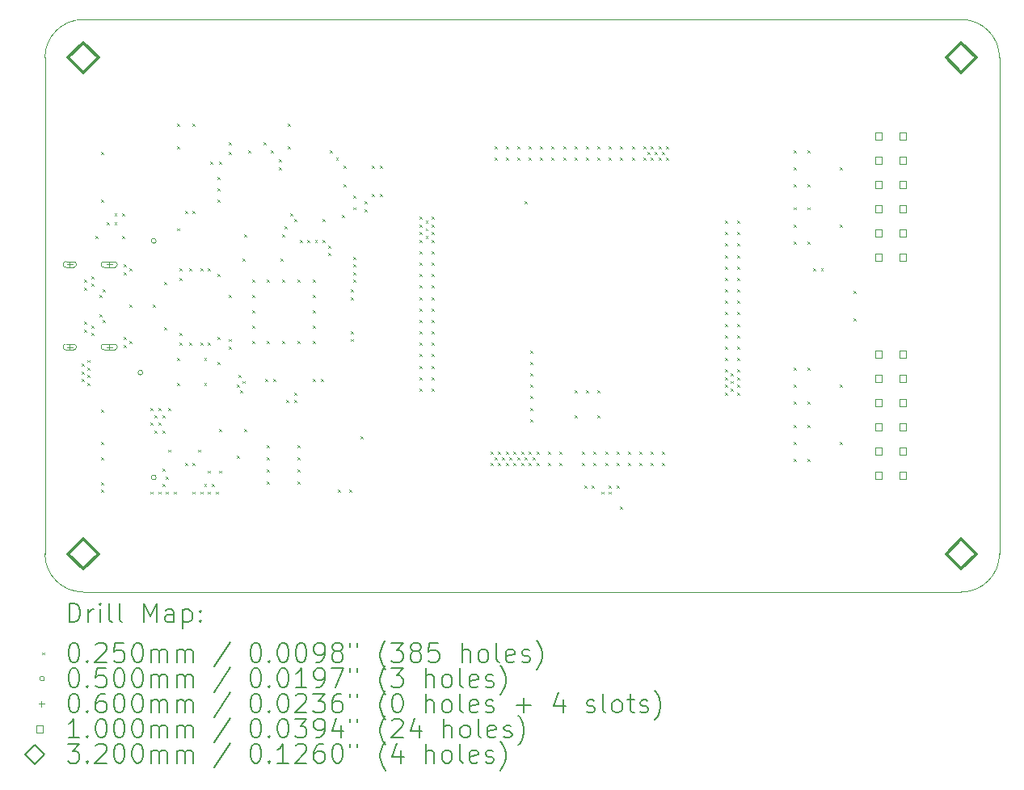
<source format=gbr>
%TF.GenerationSoftware,KiCad,Pcbnew,9.0.2*%
%TF.CreationDate,2025-06-25T17:31:34+02:00*%
%TF.ProjectId,nuku-carrier-template-basic,6e756b75-2d63-4617-9272-6965722d7465,0*%
%TF.SameCoordinates,Original*%
%TF.FileFunction,Drillmap*%
%TF.FilePolarity,Positive*%
%FSLAX45Y45*%
G04 Gerber Fmt 4.5, Leading zero omitted, Abs format (unit mm)*
G04 Created by KiCad (PCBNEW 9.0.2) date 2025-06-25 17:31:34*
%MOMM*%
%LPD*%
G01*
G04 APERTURE LIST*
%ADD10C,0.100000*%
%ADD11C,0.200000*%
%ADD12C,0.320000*%
G04 APERTURE END LIST*
D10*
X19250000Y-13100000D02*
G75*
G02*
X18850000Y-13500000I-400000J0D01*
G01*
X19250000Y-7900000D02*
X19250000Y-13100000D01*
X9650000Y-7500000D02*
X18850000Y-7500000D01*
X9650000Y-13500000D02*
G75*
G02*
X9250000Y-13100000I0J400000D01*
G01*
X9250000Y-13100000D02*
X9250000Y-7900000D01*
X18850000Y-7500000D02*
G75*
G02*
X19250000Y-7900000I0J-400000D01*
G01*
X18850000Y-13500000D02*
X9650000Y-13500000D01*
X9250000Y-7900000D02*
G75*
G02*
X9650000Y-7500000I400000J0D01*
G01*
D11*
D10*
X9637500Y-11107500D02*
X9662500Y-11132500D01*
X9662500Y-11107500D02*
X9637500Y-11132500D01*
X9637500Y-11187500D02*
X9662500Y-11212500D01*
X9662500Y-11187500D02*
X9637500Y-11212500D01*
X9637500Y-11267500D02*
X9662500Y-11292500D01*
X9662500Y-11267500D02*
X9637500Y-11292500D01*
X9657500Y-10227500D02*
X9682500Y-10252500D01*
X9682500Y-10227500D02*
X9657500Y-10252500D01*
X9657500Y-10307500D02*
X9682500Y-10332500D01*
X9682500Y-10307500D02*
X9657500Y-10332500D01*
X9657500Y-10667500D02*
X9682500Y-10692500D01*
X9682500Y-10667500D02*
X9657500Y-10692500D01*
X9657500Y-10747500D02*
X9682500Y-10772500D01*
X9682500Y-10747500D02*
X9657500Y-10772500D01*
X9697500Y-11067500D02*
X9722500Y-11092500D01*
X9722500Y-11067500D02*
X9697500Y-11092500D01*
X9697500Y-11147500D02*
X9722500Y-11172500D01*
X9722500Y-11147500D02*
X9697500Y-11172500D01*
X9697500Y-11227500D02*
X9722500Y-11252500D01*
X9722500Y-11227500D02*
X9697500Y-11252500D01*
X9697500Y-11307500D02*
X9722500Y-11332500D01*
X9722500Y-11307500D02*
X9697500Y-11332500D01*
X9737500Y-10187500D02*
X9762500Y-10212500D01*
X9762500Y-10187500D02*
X9737500Y-10212500D01*
X9737500Y-10267500D02*
X9762500Y-10292500D01*
X9762500Y-10267500D02*
X9737500Y-10292500D01*
X9737500Y-10707500D02*
X9762500Y-10732500D01*
X9762500Y-10707500D02*
X9737500Y-10732500D01*
X9737500Y-10787500D02*
X9762500Y-10812500D01*
X9762500Y-10787500D02*
X9737500Y-10812500D01*
X9777500Y-9767500D02*
X9802500Y-9792500D01*
X9802500Y-9767500D02*
X9777500Y-9792500D01*
X9817500Y-10387500D02*
X9842500Y-10412500D01*
X9842500Y-10387500D02*
X9817500Y-10412500D01*
X9817500Y-10587500D02*
X9842500Y-10612500D01*
X9842500Y-10587500D02*
X9817500Y-10612500D01*
X9837500Y-8887500D02*
X9862500Y-8912500D01*
X9862500Y-8887500D02*
X9837500Y-8912500D01*
X9837500Y-9387500D02*
X9862500Y-9412500D01*
X9862500Y-9387500D02*
X9837500Y-9412500D01*
X9837500Y-11587500D02*
X9862500Y-11612500D01*
X9862500Y-11587500D02*
X9837500Y-11612500D01*
X9837500Y-11927500D02*
X9862500Y-11952500D01*
X9862500Y-11927500D02*
X9837500Y-11952500D01*
X9837500Y-12087500D02*
X9862500Y-12112500D01*
X9862500Y-12087500D02*
X9837500Y-12112500D01*
X9837500Y-12347500D02*
X9862500Y-12372500D01*
X9862500Y-12347500D02*
X9837500Y-12372500D01*
X9837500Y-12427500D02*
X9862500Y-12452500D01*
X9862500Y-12427500D02*
X9837500Y-12452500D01*
X9857500Y-10327500D02*
X9882500Y-10352500D01*
X9882500Y-10327500D02*
X9857500Y-10352500D01*
X9857500Y-10647500D02*
X9882500Y-10672500D01*
X9882500Y-10647500D02*
X9857500Y-10672500D01*
X9897500Y-9627500D02*
X9922500Y-9652500D01*
X9922500Y-9627500D02*
X9897500Y-9652500D01*
X9977500Y-9527500D02*
X10002500Y-9552500D01*
X10002500Y-9527500D02*
X9977500Y-9552500D01*
X9977500Y-9627500D02*
X10002500Y-9652500D01*
X10002500Y-9627500D02*
X9977500Y-9652500D01*
X10057500Y-9527500D02*
X10082500Y-9552500D01*
X10082500Y-9527500D02*
X10057500Y-9552500D01*
X10057500Y-9767500D02*
X10082500Y-9792500D01*
X10082500Y-9767500D02*
X10057500Y-9792500D01*
X10077500Y-10067500D02*
X10102500Y-10092500D01*
X10102500Y-10067500D02*
X10077500Y-10092500D01*
X10077500Y-10147500D02*
X10102500Y-10172500D01*
X10102500Y-10147500D02*
X10077500Y-10172500D01*
X10077500Y-10827500D02*
X10102500Y-10852500D01*
X10102500Y-10827500D02*
X10077500Y-10852500D01*
X10077500Y-10907500D02*
X10102500Y-10932500D01*
X10102500Y-10907500D02*
X10077500Y-10932500D01*
X10137500Y-10107500D02*
X10162500Y-10132500D01*
X10162500Y-10107500D02*
X10137500Y-10132500D01*
X10137500Y-10487500D02*
X10162500Y-10512500D01*
X10162500Y-10487500D02*
X10137500Y-10512500D01*
X10137500Y-10867500D02*
X10162500Y-10892500D01*
X10162500Y-10867500D02*
X10137500Y-10892500D01*
X10357500Y-11567500D02*
X10382500Y-11592500D01*
X10382500Y-11567500D02*
X10357500Y-11592500D01*
X10357500Y-11727500D02*
X10382500Y-11752500D01*
X10382500Y-11727500D02*
X10357500Y-11752500D01*
X10357500Y-12447500D02*
X10382500Y-12472500D01*
X10382500Y-12447500D02*
X10357500Y-12472500D01*
X10377500Y-10487500D02*
X10402500Y-10512500D01*
X10402500Y-10487500D02*
X10377500Y-10512500D01*
X10397500Y-11647500D02*
X10422500Y-11672500D01*
X10422500Y-11647500D02*
X10397500Y-11672500D01*
X10397500Y-11807500D02*
X10422500Y-11832500D01*
X10422500Y-11807500D02*
X10397500Y-11832500D01*
X10437500Y-11567500D02*
X10462500Y-11592500D01*
X10462500Y-11567500D02*
X10437500Y-11592500D01*
X10437500Y-11727500D02*
X10462500Y-11752500D01*
X10462500Y-11727500D02*
X10437500Y-11752500D01*
X10437500Y-12447500D02*
X10462500Y-12472500D01*
X10462500Y-12447500D02*
X10437500Y-12472500D01*
X10477500Y-11647500D02*
X10502500Y-11672500D01*
X10502500Y-11647500D02*
X10477500Y-11672500D01*
X10477500Y-11807500D02*
X10502500Y-11832500D01*
X10502500Y-11807500D02*
X10477500Y-11832500D01*
X10477500Y-12207500D02*
X10502500Y-12232500D01*
X10502500Y-12207500D02*
X10477500Y-12232500D01*
X10477500Y-12367500D02*
X10502500Y-12392500D01*
X10502500Y-12367500D02*
X10477500Y-12392500D01*
X10497500Y-10247500D02*
X10522500Y-10272500D01*
X10522500Y-10247500D02*
X10497500Y-10272500D01*
X10497500Y-10727500D02*
X10522500Y-10752500D01*
X10522500Y-10727500D02*
X10497500Y-10752500D01*
X10517500Y-12287500D02*
X10542500Y-12312500D01*
X10542500Y-12287500D02*
X10517500Y-12312500D01*
X10517500Y-12447500D02*
X10542500Y-12472500D01*
X10542500Y-12447500D02*
X10517500Y-12472500D01*
X10537500Y-11567500D02*
X10562500Y-11592500D01*
X10562500Y-11567500D02*
X10537500Y-11592500D01*
X10537500Y-12007500D02*
X10562500Y-12032500D01*
X10562500Y-12007500D02*
X10537500Y-12032500D01*
X10597500Y-12447500D02*
X10622500Y-12472500D01*
X10622500Y-12447500D02*
X10597500Y-12472500D01*
X10637500Y-8587500D02*
X10662500Y-8612500D01*
X10662500Y-8587500D02*
X10637500Y-8612500D01*
X10637500Y-8827500D02*
X10662500Y-8852500D01*
X10662500Y-8827500D02*
X10637500Y-8852500D01*
X10637500Y-9687500D02*
X10662500Y-9712500D01*
X10662500Y-9687500D02*
X10637500Y-9712500D01*
X10637500Y-11047500D02*
X10662500Y-11072500D01*
X10662500Y-11047500D02*
X10637500Y-11072500D01*
X10637500Y-11307500D02*
X10662500Y-11332500D01*
X10662500Y-11307500D02*
X10637500Y-11332500D01*
X10657500Y-10107500D02*
X10682500Y-10132500D01*
X10682500Y-10107500D02*
X10657500Y-10132500D01*
X10657500Y-10207500D02*
X10682500Y-10232500D01*
X10682500Y-10207500D02*
X10657500Y-10232500D01*
X10657500Y-10787500D02*
X10682500Y-10812500D01*
X10682500Y-10787500D02*
X10657500Y-10812500D01*
X10657500Y-10887500D02*
X10682500Y-10912500D01*
X10682500Y-10887500D02*
X10657500Y-10912500D01*
X10717500Y-9507500D02*
X10742500Y-9532500D01*
X10742500Y-9507500D02*
X10717500Y-9532500D01*
X10717500Y-12147500D02*
X10742500Y-12172500D01*
X10742500Y-12147500D02*
X10717500Y-12172500D01*
X10757500Y-10107500D02*
X10782500Y-10132500D01*
X10782500Y-10107500D02*
X10757500Y-10132500D01*
X10757500Y-10887500D02*
X10782500Y-10912500D01*
X10782500Y-10887500D02*
X10757500Y-10912500D01*
X10797500Y-8587500D02*
X10822500Y-8612500D01*
X10822500Y-8587500D02*
X10797500Y-8612500D01*
X10797500Y-9507500D02*
X10822500Y-9532500D01*
X10822500Y-9507500D02*
X10797500Y-9532500D01*
X10797500Y-12147500D02*
X10822500Y-12172500D01*
X10822500Y-12147500D02*
X10797500Y-12172500D01*
X10797500Y-12447500D02*
X10822500Y-12472500D01*
X10822500Y-12447500D02*
X10797500Y-12472500D01*
X10857500Y-12007500D02*
X10882500Y-12032500D01*
X10882500Y-12007500D02*
X10857500Y-12032500D01*
X10877500Y-10107500D02*
X10902500Y-10132500D01*
X10902500Y-10107500D02*
X10877500Y-10132500D01*
X10877500Y-10887500D02*
X10902500Y-10912500D01*
X10902500Y-10887500D02*
X10877500Y-10912500D01*
X10877500Y-12447500D02*
X10902500Y-12472500D01*
X10902500Y-12447500D02*
X10877500Y-12472500D01*
X10917500Y-11047500D02*
X10942500Y-11072500D01*
X10942500Y-11047500D02*
X10917500Y-11072500D01*
X10917500Y-11307500D02*
X10942500Y-11332500D01*
X10942500Y-11307500D02*
X10917500Y-11332500D01*
X10917500Y-12367500D02*
X10942500Y-12392500D01*
X10942500Y-12367500D02*
X10917500Y-12392500D01*
X10957500Y-10107500D02*
X10982500Y-10132500D01*
X10982500Y-10107500D02*
X10957500Y-10132500D01*
X10957500Y-10887500D02*
X10982500Y-10912500D01*
X10982500Y-10887500D02*
X10957500Y-10912500D01*
X10957500Y-12227500D02*
X10982500Y-12252500D01*
X10982500Y-12227500D02*
X10957500Y-12252500D01*
X10957500Y-12447500D02*
X10982500Y-12472500D01*
X10982500Y-12447500D02*
X10957500Y-12472500D01*
X10977500Y-8987500D02*
X11002500Y-9012500D01*
X11002500Y-8987500D02*
X10977500Y-9012500D01*
X10997500Y-12367500D02*
X11022500Y-12392500D01*
X11022500Y-12367500D02*
X10997500Y-12392500D01*
X11037500Y-12447500D02*
X11062500Y-12472500D01*
X11062500Y-12447500D02*
X11037500Y-12472500D01*
X11057500Y-9147500D02*
X11082500Y-9172500D01*
X11082500Y-9147500D02*
X11057500Y-9172500D01*
X11057500Y-9267500D02*
X11082500Y-9292500D01*
X11082500Y-9267500D02*
X11057500Y-9292500D01*
X11057500Y-9387500D02*
X11082500Y-9412500D01*
X11082500Y-9387500D02*
X11057500Y-9412500D01*
X11057500Y-10167500D02*
X11082500Y-10192500D01*
X11082500Y-10167500D02*
X11057500Y-10192500D01*
X11057500Y-10827500D02*
X11082500Y-10852500D01*
X11082500Y-10827500D02*
X11057500Y-10852500D01*
X11057500Y-11087500D02*
X11082500Y-11112500D01*
X11082500Y-11087500D02*
X11057500Y-11112500D01*
X11077500Y-8987500D02*
X11102500Y-9012500D01*
X11102500Y-8987500D02*
X11077500Y-9012500D01*
X11077500Y-11787500D02*
X11102500Y-11812500D01*
X11102500Y-11787500D02*
X11077500Y-11812500D01*
X11077500Y-12227500D02*
X11102500Y-12252500D01*
X11102500Y-12227500D02*
X11077500Y-12252500D01*
X11177500Y-8787500D02*
X11202500Y-8812500D01*
X11202500Y-8787500D02*
X11177500Y-8812500D01*
X11177500Y-8887500D02*
X11202500Y-8912500D01*
X11202500Y-8887500D02*
X11177500Y-8912500D01*
X11177500Y-10387500D02*
X11202500Y-10412500D01*
X11202500Y-10387500D02*
X11177500Y-10412500D01*
X11177500Y-10847500D02*
X11202500Y-10872500D01*
X11202500Y-10847500D02*
X11177500Y-10872500D01*
X11177500Y-10927500D02*
X11202500Y-10952500D01*
X11202500Y-10927500D02*
X11177500Y-10952500D01*
X11257500Y-11327500D02*
X11282500Y-11352500D01*
X11282500Y-11327500D02*
X11257500Y-11352500D01*
X11257500Y-12067500D02*
X11282500Y-12092500D01*
X11282500Y-12067500D02*
X11257500Y-12092500D01*
X11277500Y-11227500D02*
X11302500Y-11252500D01*
X11302500Y-11227500D02*
X11277500Y-11252500D01*
X11297500Y-11387500D02*
X11322500Y-11412500D01*
X11322500Y-11387500D02*
X11297500Y-11412500D01*
X11317500Y-10007500D02*
X11342500Y-10032500D01*
X11342500Y-10007500D02*
X11317500Y-10032500D01*
X11317500Y-11287500D02*
X11342500Y-11312500D01*
X11342500Y-11287500D02*
X11317500Y-11312500D01*
X11337500Y-9747500D02*
X11362500Y-9772500D01*
X11362500Y-9747500D02*
X11337500Y-9772500D01*
X11337500Y-11787500D02*
X11362500Y-11812500D01*
X11362500Y-11787500D02*
X11337500Y-11812500D01*
X11377500Y-8867500D02*
X11402500Y-8892500D01*
X11402500Y-8867500D02*
X11377500Y-8892500D01*
X11417500Y-10227500D02*
X11442500Y-10252500D01*
X11442500Y-10227500D02*
X11417500Y-10252500D01*
X11417500Y-10387500D02*
X11442500Y-10412500D01*
X11442500Y-10387500D02*
X11417500Y-10412500D01*
X11417500Y-10547500D02*
X11442500Y-10572500D01*
X11442500Y-10547500D02*
X11417500Y-10572500D01*
X11417500Y-10707500D02*
X11442500Y-10732500D01*
X11442500Y-10707500D02*
X11417500Y-10732500D01*
X11417500Y-10867500D02*
X11442500Y-10892500D01*
X11442500Y-10867500D02*
X11417500Y-10892500D01*
X11537500Y-8787500D02*
X11562500Y-8812500D01*
X11562500Y-8787500D02*
X11537500Y-8812500D01*
X11557500Y-11267500D02*
X11582500Y-11292500D01*
X11582500Y-11267500D02*
X11557500Y-11292500D01*
X11577500Y-10227500D02*
X11602500Y-10252500D01*
X11602500Y-10227500D02*
X11577500Y-10252500D01*
X11577500Y-10867500D02*
X11602500Y-10892500D01*
X11602500Y-10867500D02*
X11577500Y-10892500D01*
X11577500Y-11960500D02*
X11602500Y-11985500D01*
X11602500Y-11960500D02*
X11577500Y-11985500D01*
X11577500Y-12087500D02*
X11602500Y-12112500D01*
X11602500Y-12087500D02*
X11577500Y-12112500D01*
X11577500Y-12214500D02*
X11602500Y-12239500D01*
X11602500Y-12214500D02*
X11577500Y-12239500D01*
X11577500Y-12341500D02*
X11602500Y-12366500D01*
X11602500Y-12341500D02*
X11577500Y-12366500D01*
X11617500Y-8867500D02*
X11642500Y-8892500D01*
X11642500Y-8867500D02*
X11617500Y-8892500D01*
X11637500Y-11267500D02*
X11662500Y-11292500D01*
X11662500Y-11267500D02*
X11637500Y-11292500D01*
X11697500Y-8967500D02*
X11722500Y-8992500D01*
X11722500Y-8967500D02*
X11697500Y-8992500D01*
X11697500Y-9047500D02*
X11722500Y-9072500D01*
X11722500Y-9047500D02*
X11697500Y-9072500D01*
X11717500Y-10007500D02*
X11742500Y-10032500D01*
X11742500Y-10007500D02*
X11717500Y-10032500D01*
X11737500Y-9747500D02*
X11762500Y-9772500D01*
X11762500Y-9747500D02*
X11737500Y-9772500D01*
X11737500Y-10227500D02*
X11762500Y-10252500D01*
X11762500Y-10227500D02*
X11737500Y-10252500D01*
X11737500Y-10867500D02*
X11762500Y-10892500D01*
X11762500Y-10867500D02*
X11737500Y-10892500D01*
X11757500Y-9667500D02*
X11782500Y-9692500D01*
X11782500Y-9667500D02*
X11757500Y-9692500D01*
X11777500Y-11487500D02*
X11802500Y-11512500D01*
X11802500Y-11487500D02*
X11777500Y-11512500D01*
X11797500Y-8587500D02*
X11822500Y-8612500D01*
X11822500Y-8587500D02*
X11797500Y-8612500D01*
X11797500Y-8827500D02*
X11822500Y-8852500D01*
X11822500Y-8827500D02*
X11797500Y-8852500D01*
X11817500Y-9527500D02*
X11842500Y-9552500D01*
X11842500Y-9527500D02*
X11817500Y-9552500D01*
X11857500Y-11407500D02*
X11882500Y-11432500D01*
X11882500Y-11407500D02*
X11857500Y-11432500D01*
X11857500Y-11487500D02*
X11882500Y-11512500D01*
X11882500Y-11487500D02*
X11857500Y-11512500D01*
X11862500Y-9587500D02*
X11887500Y-9612500D01*
X11887500Y-9587500D02*
X11862500Y-9612500D01*
X11897500Y-10227500D02*
X11922500Y-10252500D01*
X11922500Y-10227500D02*
X11897500Y-10252500D01*
X11897500Y-10867500D02*
X11922500Y-10892500D01*
X11922500Y-10867500D02*
X11897500Y-10892500D01*
X11897500Y-11960500D02*
X11922500Y-11985500D01*
X11922500Y-11960500D02*
X11897500Y-11985500D01*
X11897500Y-12087500D02*
X11922500Y-12112500D01*
X11922500Y-12087500D02*
X11897500Y-12112500D01*
X11897500Y-12214500D02*
X11922500Y-12239500D01*
X11922500Y-12214500D02*
X11897500Y-12239500D01*
X11897500Y-12341500D02*
X11922500Y-12366500D01*
X11922500Y-12341500D02*
X11897500Y-12366500D01*
X11917500Y-9807500D02*
X11942500Y-9832500D01*
X11942500Y-9807500D02*
X11917500Y-9832500D01*
X11997500Y-9807500D02*
X12022500Y-9832500D01*
X12022500Y-9807500D02*
X11997500Y-9832500D01*
X12057500Y-10227500D02*
X12082500Y-10252500D01*
X12082500Y-10227500D02*
X12057500Y-10252500D01*
X12057500Y-10387500D02*
X12082500Y-10412500D01*
X12082500Y-10387500D02*
X12057500Y-10412500D01*
X12057500Y-10547500D02*
X12082500Y-10572500D01*
X12082500Y-10547500D02*
X12057500Y-10572500D01*
X12057500Y-10707500D02*
X12082500Y-10732500D01*
X12082500Y-10707500D02*
X12057500Y-10732500D01*
X12057500Y-10867500D02*
X12082500Y-10892500D01*
X12082500Y-10867500D02*
X12057500Y-10892500D01*
X12057500Y-11267500D02*
X12082500Y-11292500D01*
X12082500Y-11267500D02*
X12057500Y-11292500D01*
X12077500Y-9807500D02*
X12102500Y-9832500D01*
X12102500Y-9807500D02*
X12077500Y-9832500D01*
X12137500Y-11267500D02*
X12162500Y-11292500D01*
X12162500Y-11267500D02*
X12137500Y-11292500D01*
X12157500Y-9587500D02*
X12182500Y-9612500D01*
X12182500Y-9587500D02*
X12157500Y-9612500D01*
X12157500Y-9807500D02*
X12182500Y-9832500D01*
X12182500Y-9807500D02*
X12157500Y-9832500D01*
X12217500Y-9867500D02*
X12242500Y-9892500D01*
X12242500Y-9867500D02*
X12217500Y-9892500D01*
X12217500Y-9947500D02*
X12242500Y-9972500D01*
X12242500Y-9947500D02*
X12217500Y-9972500D01*
X12237500Y-8867500D02*
X12262500Y-8892500D01*
X12262500Y-8867500D02*
X12237500Y-8892500D01*
X12297500Y-8947500D02*
X12322500Y-8972500D01*
X12322500Y-8947500D02*
X12297500Y-8972500D01*
X12317500Y-12427500D02*
X12342500Y-12452500D01*
X12342500Y-12427500D02*
X12317500Y-12452500D01*
X12357500Y-9547500D02*
X12382500Y-9572500D01*
X12382500Y-9547500D02*
X12357500Y-9572500D01*
X12377500Y-9027500D02*
X12402500Y-9052500D01*
X12402500Y-9027500D02*
X12377500Y-9052500D01*
X12377500Y-9227500D02*
X12402500Y-9252500D01*
X12402500Y-9227500D02*
X12377500Y-9252500D01*
X12437500Y-12427500D02*
X12462500Y-12452500D01*
X12462500Y-12427500D02*
X12437500Y-12452500D01*
X12457500Y-10327500D02*
X12482500Y-10352500D01*
X12482500Y-10327500D02*
X12457500Y-10352500D01*
X12457500Y-10407500D02*
X12482500Y-10432500D01*
X12482500Y-10407500D02*
X12457500Y-10432500D01*
X12457500Y-10767500D02*
X12482500Y-10792500D01*
X12482500Y-10767500D02*
X12457500Y-10792500D01*
X12457500Y-10847500D02*
X12482500Y-10872500D01*
X12482500Y-10847500D02*
X12457500Y-10872500D01*
X12477500Y-9347500D02*
X12502500Y-9372500D01*
X12502500Y-9347500D02*
X12477500Y-9372500D01*
X12477500Y-9467500D02*
X12502500Y-9492500D01*
X12502500Y-9467500D02*
X12477500Y-9492500D01*
X12477500Y-9987500D02*
X12502500Y-10012500D01*
X12502500Y-9987500D02*
X12477500Y-10012500D01*
X12477500Y-10067500D02*
X12502500Y-10092500D01*
X12502500Y-10067500D02*
X12477500Y-10092500D01*
X12477500Y-10147500D02*
X12502500Y-10172500D01*
X12502500Y-10147500D02*
X12477500Y-10172500D01*
X12477500Y-10227500D02*
X12502500Y-10252500D01*
X12502500Y-10227500D02*
X12477500Y-10252500D01*
X12557500Y-11867500D02*
X12582500Y-11892500D01*
X12582500Y-11867500D02*
X12557500Y-11892500D01*
X12597500Y-9407500D02*
X12622500Y-9432500D01*
X12622500Y-9407500D02*
X12597500Y-9432500D01*
X12597500Y-9487500D02*
X12622500Y-9512500D01*
X12622500Y-9487500D02*
X12597500Y-9512500D01*
X12677500Y-9027500D02*
X12702500Y-9052500D01*
X12702500Y-9027500D02*
X12677500Y-9052500D01*
X12677500Y-9327500D02*
X12702500Y-9352500D01*
X12702500Y-9327500D02*
X12677500Y-9352500D01*
X12757500Y-9027500D02*
X12782500Y-9052500D01*
X12782500Y-9027500D02*
X12757500Y-9052500D01*
X12757500Y-9327500D02*
X12782500Y-9352500D01*
X12782500Y-9327500D02*
X12757500Y-9352500D01*
X13177500Y-9567500D02*
X13202500Y-9592500D01*
X13202500Y-9567500D02*
X13177500Y-9592500D01*
X13177500Y-9647500D02*
X13202500Y-9672500D01*
X13202500Y-9647500D02*
X13177500Y-9672500D01*
X13177500Y-9727500D02*
X13202500Y-9752500D01*
X13202500Y-9727500D02*
X13177500Y-9752500D01*
X13177500Y-9807500D02*
X13202500Y-9832500D01*
X13202500Y-9807500D02*
X13177500Y-9832500D01*
X13177500Y-9927500D02*
X13202500Y-9952500D01*
X13202500Y-9927500D02*
X13177500Y-9952500D01*
X13177500Y-10047500D02*
X13202500Y-10072500D01*
X13202500Y-10047500D02*
X13177500Y-10072500D01*
X13177500Y-10167500D02*
X13202500Y-10192500D01*
X13202500Y-10167500D02*
X13177500Y-10192500D01*
X13177500Y-10287500D02*
X13202500Y-10312500D01*
X13202500Y-10287500D02*
X13177500Y-10312500D01*
X13177500Y-10407500D02*
X13202500Y-10432500D01*
X13202500Y-10407500D02*
X13177500Y-10432500D01*
X13177500Y-10527500D02*
X13202500Y-10552500D01*
X13202500Y-10527500D02*
X13177500Y-10552500D01*
X13177500Y-10647500D02*
X13202500Y-10672500D01*
X13202500Y-10647500D02*
X13177500Y-10672500D01*
X13177500Y-10767500D02*
X13202500Y-10792500D01*
X13202500Y-10767500D02*
X13177500Y-10792500D01*
X13177500Y-10887500D02*
X13202500Y-10912500D01*
X13202500Y-10887500D02*
X13177500Y-10912500D01*
X13177500Y-11007500D02*
X13202500Y-11032500D01*
X13202500Y-11007500D02*
X13177500Y-11032500D01*
X13177500Y-11127500D02*
X13202500Y-11152500D01*
X13202500Y-11127500D02*
X13177500Y-11152500D01*
X13177500Y-11247500D02*
X13202500Y-11272500D01*
X13202500Y-11247500D02*
X13177500Y-11272500D01*
X13177500Y-11367500D02*
X13202500Y-11392500D01*
X13202500Y-11367500D02*
X13177500Y-11392500D01*
X13237500Y-9607500D02*
X13262500Y-9632500D01*
X13262500Y-9607500D02*
X13237500Y-9632500D01*
X13237500Y-9687500D02*
X13262500Y-9712500D01*
X13262500Y-9687500D02*
X13237500Y-9712500D01*
X13237500Y-9767500D02*
X13262500Y-9792500D01*
X13262500Y-9767500D02*
X13237500Y-9792500D01*
X13297500Y-9567500D02*
X13322500Y-9592500D01*
X13322500Y-9567500D02*
X13297500Y-9592500D01*
X13297500Y-9647500D02*
X13322500Y-9672500D01*
X13322500Y-9647500D02*
X13297500Y-9672500D01*
X13297500Y-9727500D02*
X13322500Y-9752500D01*
X13322500Y-9727500D02*
X13297500Y-9752500D01*
X13297500Y-9807500D02*
X13322500Y-9832500D01*
X13322500Y-9807500D02*
X13297500Y-9832500D01*
X13297500Y-9927500D02*
X13322500Y-9952500D01*
X13322500Y-9927500D02*
X13297500Y-9952500D01*
X13297500Y-10047500D02*
X13322500Y-10072500D01*
X13322500Y-10047500D02*
X13297500Y-10072500D01*
X13297500Y-10167500D02*
X13322500Y-10192500D01*
X13322500Y-10167500D02*
X13297500Y-10192500D01*
X13297500Y-10287500D02*
X13322500Y-10312500D01*
X13322500Y-10287500D02*
X13297500Y-10312500D01*
X13297500Y-10407500D02*
X13322500Y-10432500D01*
X13322500Y-10407500D02*
X13297500Y-10432500D01*
X13297500Y-10527500D02*
X13322500Y-10552500D01*
X13322500Y-10527500D02*
X13297500Y-10552500D01*
X13297500Y-10647500D02*
X13322500Y-10672500D01*
X13322500Y-10647500D02*
X13297500Y-10672500D01*
X13297500Y-10767500D02*
X13322500Y-10792500D01*
X13322500Y-10767500D02*
X13297500Y-10792500D01*
X13297500Y-10887500D02*
X13322500Y-10912500D01*
X13322500Y-10887500D02*
X13297500Y-10912500D01*
X13297500Y-11007500D02*
X13322500Y-11032500D01*
X13322500Y-11007500D02*
X13297500Y-11032500D01*
X13297500Y-11127500D02*
X13322500Y-11152500D01*
X13322500Y-11127500D02*
X13297500Y-11152500D01*
X13297500Y-11247500D02*
X13322500Y-11272500D01*
X13322500Y-11247500D02*
X13297500Y-11272500D01*
X13297500Y-11367500D02*
X13322500Y-11392500D01*
X13322500Y-11367500D02*
X13297500Y-11392500D01*
X13917500Y-12027500D02*
X13942500Y-12052500D01*
X13942500Y-12027500D02*
X13917500Y-12052500D01*
X13917500Y-12147500D02*
X13942500Y-12172500D01*
X13942500Y-12147500D02*
X13917500Y-12172500D01*
X13957500Y-8827500D02*
X13982500Y-8852500D01*
X13982500Y-8827500D02*
X13957500Y-8852500D01*
X13957500Y-8947500D02*
X13982500Y-8972500D01*
X13982500Y-8947500D02*
X13957500Y-8972500D01*
X13957500Y-12087500D02*
X13982500Y-12112500D01*
X13982500Y-12087500D02*
X13957500Y-12112500D01*
X13997500Y-12027500D02*
X14022500Y-12052500D01*
X14022500Y-12027500D02*
X13997500Y-12052500D01*
X13997500Y-12147500D02*
X14022500Y-12172500D01*
X14022500Y-12147500D02*
X13997500Y-12172500D01*
X14037500Y-12087500D02*
X14062500Y-12112500D01*
X14062500Y-12087500D02*
X14037500Y-12112500D01*
X14077500Y-8827500D02*
X14102500Y-8852500D01*
X14102500Y-8827500D02*
X14077500Y-8852500D01*
X14077500Y-8947500D02*
X14102500Y-8972500D01*
X14102500Y-8947500D02*
X14077500Y-8972500D01*
X14077500Y-12027500D02*
X14102500Y-12052500D01*
X14102500Y-12027500D02*
X14077500Y-12052500D01*
X14077500Y-12147500D02*
X14102500Y-12172500D01*
X14102500Y-12147500D02*
X14077500Y-12172500D01*
X14117500Y-12087500D02*
X14142500Y-12112500D01*
X14142500Y-12087500D02*
X14117500Y-12112500D01*
X14157500Y-12027500D02*
X14182500Y-12052500D01*
X14182500Y-12027500D02*
X14157500Y-12052500D01*
X14157500Y-12147500D02*
X14182500Y-12172500D01*
X14182500Y-12147500D02*
X14157500Y-12172500D01*
X14197500Y-8827500D02*
X14222500Y-8852500D01*
X14222500Y-8827500D02*
X14197500Y-8852500D01*
X14197500Y-8947500D02*
X14222500Y-8972500D01*
X14222500Y-8947500D02*
X14197500Y-8972500D01*
X14197500Y-12087500D02*
X14222500Y-12112500D01*
X14222500Y-12087500D02*
X14197500Y-12112500D01*
X14237500Y-12027500D02*
X14262500Y-12052500D01*
X14262500Y-12027500D02*
X14237500Y-12052500D01*
X14237500Y-12147500D02*
X14262500Y-12172500D01*
X14262500Y-12147500D02*
X14237500Y-12172500D01*
X14277500Y-9407500D02*
X14302500Y-9432500D01*
X14302500Y-9407500D02*
X14277500Y-9432500D01*
X14277500Y-12087500D02*
X14302500Y-12112500D01*
X14302500Y-12087500D02*
X14277500Y-12112500D01*
X14317500Y-8827500D02*
X14342500Y-8852500D01*
X14342500Y-8827500D02*
X14317500Y-8852500D01*
X14317500Y-8947500D02*
X14342500Y-8972500D01*
X14342500Y-8947500D02*
X14317500Y-8972500D01*
X14317500Y-12027500D02*
X14342500Y-12052500D01*
X14342500Y-12027500D02*
X14317500Y-12052500D01*
X14317500Y-12147500D02*
X14342500Y-12172500D01*
X14342500Y-12147500D02*
X14317500Y-12172500D01*
X14337500Y-10967500D02*
X14362500Y-10992500D01*
X14362500Y-10967500D02*
X14337500Y-10992500D01*
X14337500Y-11087500D02*
X14362500Y-11112500D01*
X14362500Y-11087500D02*
X14337500Y-11112500D01*
X14337500Y-11207500D02*
X14362500Y-11232500D01*
X14362500Y-11207500D02*
X14337500Y-11232500D01*
X14337500Y-11327500D02*
X14362500Y-11352500D01*
X14362500Y-11327500D02*
X14337500Y-11352500D01*
X14337500Y-11447500D02*
X14362500Y-11472500D01*
X14362500Y-11447500D02*
X14337500Y-11472500D01*
X14337500Y-11567500D02*
X14362500Y-11592500D01*
X14362500Y-11567500D02*
X14337500Y-11592500D01*
X14337500Y-11687500D02*
X14362500Y-11712500D01*
X14362500Y-11687500D02*
X14337500Y-11712500D01*
X14357500Y-12087500D02*
X14382500Y-12112500D01*
X14382500Y-12087500D02*
X14357500Y-12112500D01*
X14397500Y-12027500D02*
X14422500Y-12052500D01*
X14422500Y-12027500D02*
X14397500Y-12052500D01*
X14397500Y-12147500D02*
X14422500Y-12172500D01*
X14422500Y-12147500D02*
X14397500Y-12172500D01*
X14437500Y-8827500D02*
X14462500Y-8852500D01*
X14462500Y-8827500D02*
X14437500Y-8852500D01*
X14437500Y-8947500D02*
X14462500Y-8972500D01*
X14462500Y-8947500D02*
X14437500Y-8972500D01*
X14517500Y-12027500D02*
X14542500Y-12052500D01*
X14542500Y-12027500D02*
X14517500Y-12052500D01*
X14517500Y-12147500D02*
X14542500Y-12172500D01*
X14542500Y-12147500D02*
X14517500Y-12172500D01*
X14557500Y-8827500D02*
X14582500Y-8852500D01*
X14582500Y-8827500D02*
X14557500Y-8852500D01*
X14557500Y-8947500D02*
X14582500Y-8972500D01*
X14582500Y-8947500D02*
X14557500Y-8972500D01*
X14637500Y-12027500D02*
X14662500Y-12052500D01*
X14662500Y-12027500D02*
X14637500Y-12052500D01*
X14637500Y-12147500D02*
X14662500Y-12172500D01*
X14662500Y-12147500D02*
X14637500Y-12172500D01*
X14677500Y-8827500D02*
X14702500Y-8852500D01*
X14702500Y-8827500D02*
X14677500Y-8852500D01*
X14677500Y-8947500D02*
X14702500Y-8972500D01*
X14702500Y-8947500D02*
X14677500Y-8972500D01*
X14797500Y-8827500D02*
X14822500Y-8852500D01*
X14822500Y-8827500D02*
X14797500Y-8852500D01*
X14797500Y-8947500D02*
X14822500Y-8972500D01*
X14822500Y-8947500D02*
X14797500Y-8972500D01*
X14797500Y-11387500D02*
X14822500Y-11412500D01*
X14822500Y-11387500D02*
X14797500Y-11412500D01*
X14797500Y-11647500D02*
X14822500Y-11672500D01*
X14822500Y-11647500D02*
X14797500Y-11672500D01*
X14877500Y-12027500D02*
X14902500Y-12052500D01*
X14902500Y-12027500D02*
X14877500Y-12052500D01*
X14877500Y-12147500D02*
X14902500Y-12172500D01*
X14902500Y-12147500D02*
X14877500Y-12172500D01*
X14897500Y-12387500D02*
X14922500Y-12412500D01*
X14922500Y-12387500D02*
X14897500Y-12412500D01*
X14917500Y-8827500D02*
X14942500Y-8852500D01*
X14942500Y-8827500D02*
X14917500Y-8852500D01*
X14917500Y-8947500D02*
X14942500Y-8972500D01*
X14942500Y-8947500D02*
X14917500Y-8972500D01*
X14917500Y-11387500D02*
X14942500Y-11412500D01*
X14942500Y-11387500D02*
X14917500Y-11412500D01*
X14977500Y-12387500D02*
X15002500Y-12412500D01*
X15002500Y-12387500D02*
X14977500Y-12412500D01*
X14997500Y-12027500D02*
X15022500Y-12052500D01*
X15022500Y-12027500D02*
X14997500Y-12052500D01*
X14997500Y-12147500D02*
X15022500Y-12172500D01*
X15022500Y-12147500D02*
X14997500Y-12172500D01*
X15037500Y-8827500D02*
X15062500Y-8852500D01*
X15062500Y-8827500D02*
X15037500Y-8852500D01*
X15037500Y-8947500D02*
X15062500Y-8972500D01*
X15062500Y-8947500D02*
X15037500Y-8972500D01*
X15037500Y-11387500D02*
X15062500Y-11412500D01*
X15062500Y-11387500D02*
X15037500Y-11412500D01*
X15037500Y-11647500D02*
X15062500Y-11672500D01*
X15062500Y-11647500D02*
X15037500Y-11672500D01*
X15077500Y-12447500D02*
X15102500Y-12472500D01*
X15102500Y-12447500D02*
X15077500Y-12472500D01*
X15117500Y-12027500D02*
X15142500Y-12052500D01*
X15142500Y-12027500D02*
X15117500Y-12052500D01*
X15117500Y-12147500D02*
X15142500Y-12172500D01*
X15142500Y-12147500D02*
X15117500Y-12172500D01*
X15157500Y-8827500D02*
X15182500Y-8852500D01*
X15182500Y-8827500D02*
X15157500Y-8852500D01*
X15157500Y-8947500D02*
X15182500Y-8972500D01*
X15182500Y-8947500D02*
X15157500Y-8972500D01*
X15157500Y-12387500D02*
X15182500Y-12412500D01*
X15182500Y-12387500D02*
X15157500Y-12412500D01*
X15157500Y-12447500D02*
X15182500Y-12472500D01*
X15182500Y-12447500D02*
X15157500Y-12472500D01*
X15237500Y-12027500D02*
X15262500Y-12052500D01*
X15262500Y-12027500D02*
X15237500Y-12052500D01*
X15237500Y-12147500D02*
X15262500Y-12172500D01*
X15262500Y-12147500D02*
X15237500Y-12172500D01*
X15237500Y-12387500D02*
X15262500Y-12412500D01*
X15262500Y-12387500D02*
X15237500Y-12412500D01*
X15277500Y-8827500D02*
X15302500Y-8852500D01*
X15302500Y-8827500D02*
X15277500Y-8852500D01*
X15277500Y-8947500D02*
X15302500Y-8972500D01*
X15302500Y-8947500D02*
X15277500Y-8972500D01*
X15277500Y-12607500D02*
X15302500Y-12632500D01*
X15302500Y-12607500D02*
X15277500Y-12632500D01*
X15357500Y-12027500D02*
X15382500Y-12052500D01*
X15382500Y-12027500D02*
X15357500Y-12052500D01*
X15357500Y-12147500D02*
X15382500Y-12172500D01*
X15382500Y-12147500D02*
X15357500Y-12172500D01*
X15397500Y-8827500D02*
X15422500Y-8852500D01*
X15422500Y-8827500D02*
X15397500Y-8852500D01*
X15397500Y-8947500D02*
X15422500Y-8972500D01*
X15422500Y-8947500D02*
X15397500Y-8972500D01*
X15477500Y-12027500D02*
X15502500Y-12052500D01*
X15502500Y-12027500D02*
X15477500Y-12052500D01*
X15477500Y-12147500D02*
X15502500Y-12172500D01*
X15502500Y-12147500D02*
X15477500Y-12172500D01*
X15517500Y-8827500D02*
X15542500Y-8852500D01*
X15542500Y-8827500D02*
X15517500Y-8852500D01*
X15517500Y-8947500D02*
X15542500Y-8972500D01*
X15542500Y-8947500D02*
X15517500Y-8972500D01*
X15557500Y-8887500D02*
X15582500Y-8912500D01*
X15582500Y-8887500D02*
X15557500Y-8912500D01*
X15597500Y-8827500D02*
X15622500Y-8852500D01*
X15622500Y-8827500D02*
X15597500Y-8852500D01*
X15597500Y-8947500D02*
X15622500Y-8972500D01*
X15622500Y-8947500D02*
X15597500Y-8972500D01*
X15597500Y-12027500D02*
X15622500Y-12052500D01*
X15622500Y-12027500D02*
X15597500Y-12052500D01*
X15597500Y-12147500D02*
X15622500Y-12172500D01*
X15622500Y-12147500D02*
X15597500Y-12172500D01*
X15637500Y-8887500D02*
X15662500Y-8912500D01*
X15662500Y-8887500D02*
X15637500Y-8912500D01*
X15677500Y-8827500D02*
X15702500Y-8852500D01*
X15702500Y-8827500D02*
X15677500Y-8852500D01*
X15677500Y-8947500D02*
X15702500Y-8972500D01*
X15702500Y-8947500D02*
X15677500Y-8972500D01*
X15717500Y-8887500D02*
X15742500Y-8912500D01*
X15742500Y-8887500D02*
X15717500Y-8912500D01*
X15717500Y-12027500D02*
X15742500Y-12052500D01*
X15742500Y-12027500D02*
X15717500Y-12052500D01*
X15717500Y-12147500D02*
X15742500Y-12172500D01*
X15742500Y-12147500D02*
X15717500Y-12172500D01*
X15757500Y-8827500D02*
X15782500Y-8852500D01*
X15782500Y-8827500D02*
X15757500Y-8852500D01*
X15757500Y-8947500D02*
X15782500Y-8972500D01*
X15782500Y-8947500D02*
X15757500Y-8972500D01*
X16377500Y-9607500D02*
X16402500Y-9632500D01*
X16402500Y-9607500D02*
X16377500Y-9632500D01*
X16377500Y-9727500D02*
X16402500Y-9752500D01*
X16402500Y-9727500D02*
X16377500Y-9752500D01*
X16377500Y-9847500D02*
X16402500Y-9872500D01*
X16402500Y-9847500D02*
X16377500Y-9872500D01*
X16377500Y-9967500D02*
X16402500Y-9992500D01*
X16402500Y-9967500D02*
X16377500Y-9992500D01*
X16377500Y-10087500D02*
X16402500Y-10112500D01*
X16402500Y-10087500D02*
X16377500Y-10112500D01*
X16377500Y-10207500D02*
X16402500Y-10232500D01*
X16402500Y-10207500D02*
X16377500Y-10232500D01*
X16377500Y-10327500D02*
X16402500Y-10352500D01*
X16402500Y-10327500D02*
X16377500Y-10352500D01*
X16377500Y-10447500D02*
X16402500Y-10472500D01*
X16402500Y-10447500D02*
X16377500Y-10472500D01*
X16377500Y-10567500D02*
X16402500Y-10592500D01*
X16402500Y-10567500D02*
X16377500Y-10592500D01*
X16377500Y-10687500D02*
X16402500Y-10712500D01*
X16402500Y-10687500D02*
X16377500Y-10712500D01*
X16377500Y-10807500D02*
X16402500Y-10832500D01*
X16402500Y-10807500D02*
X16377500Y-10832500D01*
X16377500Y-10927500D02*
X16402500Y-10952500D01*
X16402500Y-10927500D02*
X16377500Y-10952500D01*
X16377500Y-11047500D02*
X16402500Y-11072500D01*
X16402500Y-11047500D02*
X16377500Y-11072500D01*
X16377500Y-11167500D02*
X16402500Y-11192500D01*
X16402500Y-11167500D02*
X16377500Y-11192500D01*
X16377500Y-11247500D02*
X16402500Y-11272500D01*
X16402500Y-11247500D02*
X16377500Y-11272500D01*
X16377500Y-11327500D02*
X16402500Y-11352500D01*
X16402500Y-11327500D02*
X16377500Y-11352500D01*
X16377500Y-11407500D02*
X16402500Y-11432500D01*
X16402500Y-11407500D02*
X16377500Y-11432500D01*
X16437500Y-11207500D02*
X16462500Y-11232500D01*
X16462500Y-11207500D02*
X16437500Y-11232500D01*
X16437500Y-11287500D02*
X16462500Y-11312500D01*
X16462500Y-11287500D02*
X16437500Y-11312500D01*
X16437500Y-11367500D02*
X16462500Y-11392500D01*
X16462500Y-11367500D02*
X16437500Y-11392500D01*
X16497500Y-9607500D02*
X16522500Y-9632500D01*
X16522500Y-9607500D02*
X16497500Y-9632500D01*
X16497500Y-9727500D02*
X16522500Y-9752500D01*
X16522500Y-9727500D02*
X16497500Y-9752500D01*
X16497500Y-9847500D02*
X16522500Y-9872500D01*
X16522500Y-9847500D02*
X16497500Y-9872500D01*
X16497500Y-9967500D02*
X16522500Y-9992500D01*
X16522500Y-9967500D02*
X16497500Y-9992500D01*
X16497500Y-10087500D02*
X16522500Y-10112500D01*
X16522500Y-10087500D02*
X16497500Y-10112500D01*
X16497500Y-10207500D02*
X16522500Y-10232500D01*
X16522500Y-10207500D02*
X16497500Y-10232500D01*
X16497500Y-10327500D02*
X16522500Y-10352500D01*
X16522500Y-10327500D02*
X16497500Y-10352500D01*
X16497500Y-10447500D02*
X16522500Y-10472500D01*
X16522500Y-10447500D02*
X16497500Y-10472500D01*
X16497500Y-10567500D02*
X16522500Y-10592500D01*
X16522500Y-10567500D02*
X16497500Y-10592500D01*
X16497500Y-10687500D02*
X16522500Y-10712500D01*
X16522500Y-10687500D02*
X16497500Y-10712500D01*
X16497500Y-10807500D02*
X16522500Y-10832500D01*
X16522500Y-10807500D02*
X16497500Y-10832500D01*
X16497500Y-10927500D02*
X16522500Y-10952500D01*
X16522500Y-10927500D02*
X16497500Y-10952500D01*
X16497500Y-11047500D02*
X16522500Y-11072500D01*
X16522500Y-11047500D02*
X16497500Y-11072500D01*
X16497500Y-11167500D02*
X16522500Y-11192500D01*
X16522500Y-11167500D02*
X16497500Y-11192500D01*
X16497500Y-11247500D02*
X16522500Y-11272500D01*
X16522500Y-11247500D02*
X16497500Y-11272500D01*
X16497500Y-11327500D02*
X16522500Y-11352500D01*
X16522500Y-11327500D02*
X16497500Y-11352500D01*
X16497500Y-11407500D02*
X16522500Y-11432500D01*
X16522500Y-11407500D02*
X16497500Y-11432500D01*
X17097500Y-8867500D02*
X17122500Y-8892500D01*
X17122500Y-8867500D02*
X17097500Y-8892500D01*
X17097500Y-9047500D02*
X17122500Y-9072500D01*
X17122500Y-9047500D02*
X17097500Y-9072500D01*
X17097500Y-9227500D02*
X17122500Y-9252500D01*
X17122500Y-9227500D02*
X17097500Y-9252500D01*
X17097500Y-9467500D02*
X17122500Y-9492500D01*
X17122500Y-9467500D02*
X17097500Y-9492500D01*
X17097500Y-9647500D02*
X17122500Y-9672500D01*
X17122500Y-9647500D02*
X17097500Y-9672500D01*
X17097500Y-9827500D02*
X17122500Y-9852500D01*
X17122500Y-9827500D02*
X17097500Y-9852500D01*
X17097500Y-11147500D02*
X17122500Y-11172500D01*
X17122500Y-11147500D02*
X17097500Y-11172500D01*
X17097500Y-11327500D02*
X17122500Y-11352500D01*
X17122500Y-11327500D02*
X17097500Y-11352500D01*
X17097500Y-11507500D02*
X17122500Y-11532500D01*
X17122500Y-11507500D02*
X17097500Y-11532500D01*
X17097500Y-11747500D02*
X17122500Y-11772500D01*
X17122500Y-11747500D02*
X17097500Y-11772500D01*
X17097500Y-11927500D02*
X17122500Y-11952500D01*
X17122500Y-11927500D02*
X17097500Y-11952500D01*
X17097500Y-12107500D02*
X17122500Y-12132500D01*
X17122500Y-12107500D02*
X17097500Y-12132500D01*
X17237500Y-8867500D02*
X17262500Y-8892500D01*
X17262500Y-8867500D02*
X17237500Y-8892500D01*
X17237500Y-9227500D02*
X17262500Y-9252500D01*
X17262500Y-9227500D02*
X17237500Y-9252500D01*
X17237500Y-9467500D02*
X17262500Y-9492500D01*
X17262500Y-9467500D02*
X17237500Y-9492500D01*
X17237500Y-9827500D02*
X17262500Y-9852500D01*
X17262500Y-9827500D02*
X17237500Y-9852500D01*
X17237500Y-11147500D02*
X17262500Y-11172500D01*
X17262500Y-11147500D02*
X17237500Y-11172500D01*
X17237500Y-11507500D02*
X17262500Y-11532500D01*
X17262500Y-11507500D02*
X17237500Y-11532500D01*
X17237500Y-11747500D02*
X17262500Y-11772500D01*
X17262500Y-11747500D02*
X17237500Y-11772500D01*
X17237500Y-12107500D02*
X17262500Y-12132500D01*
X17262500Y-12107500D02*
X17237500Y-12132500D01*
X17297500Y-10107500D02*
X17322500Y-10132500D01*
X17322500Y-10107500D02*
X17297500Y-10132500D01*
X17377500Y-10107500D02*
X17402500Y-10132500D01*
X17402500Y-10107500D02*
X17377500Y-10132500D01*
X17577500Y-9047500D02*
X17602500Y-9072500D01*
X17602500Y-9047500D02*
X17577500Y-9072500D01*
X17577500Y-9647500D02*
X17602500Y-9672500D01*
X17602500Y-9647500D02*
X17577500Y-9672500D01*
X17577500Y-11327500D02*
X17602500Y-11352500D01*
X17602500Y-11327500D02*
X17577500Y-11352500D01*
X17577500Y-11927500D02*
X17602500Y-11952500D01*
X17602500Y-11927500D02*
X17577500Y-11952500D01*
X17717500Y-10347500D02*
X17742500Y-10372500D01*
X17742500Y-10347500D02*
X17717500Y-10372500D01*
X17717500Y-10627500D02*
X17742500Y-10652500D01*
X17742500Y-10627500D02*
X17717500Y-10652500D01*
X10275000Y-11200000D02*
G75*
G02*
X10225000Y-11200000I-25000J0D01*
G01*
X10225000Y-11200000D02*
G75*
G02*
X10275000Y-11200000I25000J0D01*
G01*
X10415000Y-9820000D02*
G75*
G02*
X10365000Y-9820000I-25000J0D01*
G01*
X10365000Y-9820000D02*
G75*
G02*
X10415000Y-9820000I25000J0D01*
G01*
X10415000Y-12300000D02*
G75*
G02*
X10365000Y-12300000I-25000J0D01*
G01*
X10365000Y-12300000D02*
G75*
G02*
X10415000Y-12300000I25000J0D01*
G01*
X9510000Y-10038000D02*
X9510000Y-10098000D01*
X9480000Y-10068000D02*
X9540000Y-10068000D01*
X9550000Y-10038000D02*
X9470000Y-10038000D01*
X9470000Y-10098000D02*
G75*
G02*
X9470000Y-10038000I0J30000D01*
G01*
X9470000Y-10098000D02*
X9550000Y-10098000D01*
X9550000Y-10098000D02*
G75*
G03*
X9550000Y-10038000I0J30000D01*
G01*
X9510000Y-10902000D02*
X9510000Y-10962000D01*
X9480000Y-10932000D02*
X9540000Y-10932000D01*
X9550000Y-10902000D02*
X9470000Y-10902000D01*
X9470000Y-10962000D02*
G75*
G02*
X9470000Y-10902000I0J30000D01*
G01*
X9470000Y-10962000D02*
X9550000Y-10962000D01*
X9550000Y-10962000D02*
G75*
G03*
X9550000Y-10902000I0J30000D01*
G01*
X9925000Y-10038000D02*
X9925000Y-10098000D01*
X9895000Y-10068000D02*
X9955000Y-10068000D01*
X9980000Y-10038000D02*
X9870000Y-10038000D01*
X9870000Y-10098000D02*
G75*
G02*
X9870000Y-10038000I0J30000D01*
G01*
X9870000Y-10098000D02*
X9980000Y-10098000D01*
X9980000Y-10098000D02*
G75*
G03*
X9980000Y-10038000I0J30000D01*
G01*
X9925000Y-10902000D02*
X9925000Y-10962000D01*
X9895000Y-10932000D02*
X9955000Y-10932000D01*
X9980000Y-10902000D02*
X9870000Y-10902000D01*
X9870000Y-10962000D02*
G75*
G02*
X9870000Y-10902000I0J30000D01*
G01*
X9870000Y-10962000D02*
X9980000Y-10962000D01*
X9980000Y-10962000D02*
G75*
G03*
X9980000Y-10902000I0J30000D01*
G01*
X18015356Y-8757356D02*
X18015356Y-8686644D01*
X17944644Y-8686644D01*
X17944644Y-8757356D01*
X18015356Y-8757356D01*
X18015356Y-9011356D02*
X18015356Y-8940644D01*
X17944644Y-8940644D01*
X17944644Y-9011356D01*
X18015356Y-9011356D01*
X18015356Y-9265356D02*
X18015356Y-9194644D01*
X17944644Y-9194644D01*
X17944644Y-9265356D01*
X18015356Y-9265356D01*
X18015356Y-9519356D02*
X18015356Y-9448644D01*
X17944644Y-9448644D01*
X17944644Y-9519356D01*
X18015356Y-9519356D01*
X18015356Y-9773356D02*
X18015356Y-9702644D01*
X17944644Y-9702644D01*
X17944644Y-9773356D01*
X18015356Y-9773356D01*
X18015356Y-10027356D02*
X18015356Y-9956644D01*
X17944644Y-9956644D01*
X17944644Y-10027356D01*
X18015356Y-10027356D01*
X18015356Y-11043356D02*
X18015356Y-10972644D01*
X17944644Y-10972644D01*
X17944644Y-11043356D01*
X18015356Y-11043356D01*
X18015356Y-11297356D02*
X18015356Y-11226644D01*
X17944644Y-11226644D01*
X17944644Y-11297356D01*
X18015356Y-11297356D01*
X18015356Y-11551356D02*
X18015356Y-11480644D01*
X17944644Y-11480644D01*
X17944644Y-11551356D01*
X18015356Y-11551356D01*
X18015356Y-11805356D02*
X18015356Y-11734644D01*
X17944644Y-11734644D01*
X17944644Y-11805356D01*
X18015356Y-11805356D01*
X18015356Y-12059356D02*
X18015356Y-11988644D01*
X17944644Y-11988644D01*
X17944644Y-12059356D01*
X18015356Y-12059356D01*
X18015356Y-12313356D02*
X18015356Y-12242644D01*
X17944644Y-12242644D01*
X17944644Y-12313356D01*
X18015356Y-12313356D01*
X18269356Y-8757356D02*
X18269356Y-8686644D01*
X18198644Y-8686644D01*
X18198644Y-8757356D01*
X18269356Y-8757356D01*
X18269356Y-9011356D02*
X18269356Y-8940644D01*
X18198644Y-8940644D01*
X18198644Y-9011356D01*
X18269356Y-9011356D01*
X18269356Y-9265356D02*
X18269356Y-9194644D01*
X18198644Y-9194644D01*
X18198644Y-9265356D01*
X18269356Y-9265356D01*
X18269356Y-9519356D02*
X18269356Y-9448644D01*
X18198644Y-9448644D01*
X18198644Y-9519356D01*
X18269356Y-9519356D01*
X18269356Y-9773356D02*
X18269356Y-9702644D01*
X18198644Y-9702644D01*
X18198644Y-9773356D01*
X18269356Y-9773356D01*
X18269356Y-10027356D02*
X18269356Y-9956644D01*
X18198644Y-9956644D01*
X18198644Y-10027356D01*
X18269356Y-10027356D01*
X18269356Y-11043356D02*
X18269356Y-10972644D01*
X18198644Y-10972644D01*
X18198644Y-11043356D01*
X18269356Y-11043356D01*
X18269356Y-11297356D02*
X18269356Y-11226644D01*
X18198644Y-11226644D01*
X18198644Y-11297356D01*
X18269356Y-11297356D01*
X18269356Y-11551356D02*
X18269356Y-11480644D01*
X18198644Y-11480644D01*
X18198644Y-11551356D01*
X18269356Y-11551356D01*
X18269356Y-11805356D02*
X18269356Y-11734644D01*
X18198644Y-11734644D01*
X18198644Y-11805356D01*
X18269356Y-11805356D01*
X18269356Y-12059356D02*
X18269356Y-11988644D01*
X18198644Y-11988644D01*
X18198644Y-12059356D01*
X18269356Y-12059356D01*
X18269356Y-12313356D02*
X18269356Y-12242644D01*
X18198644Y-12242644D01*
X18198644Y-12313356D01*
X18269356Y-12313356D01*
D12*
X9650000Y-8060000D02*
X9810000Y-7900000D01*
X9650000Y-7740000D01*
X9490000Y-7900000D01*
X9650000Y-8060000D01*
X9650000Y-13260000D02*
X9810000Y-13100000D01*
X9650000Y-12940000D01*
X9490000Y-13100000D01*
X9650000Y-13260000D01*
X18850000Y-8060000D02*
X19010000Y-7900000D01*
X18850000Y-7740000D01*
X18690000Y-7900000D01*
X18850000Y-8060000D01*
X18850000Y-13260000D02*
X19010000Y-13100000D01*
X18850000Y-12940000D01*
X18690000Y-13100000D01*
X18850000Y-13260000D01*
D11*
X9505777Y-13816484D02*
X9505777Y-13616484D01*
X9505777Y-13616484D02*
X9553396Y-13616484D01*
X9553396Y-13616484D02*
X9581967Y-13626008D01*
X9581967Y-13626008D02*
X9601015Y-13645055D01*
X9601015Y-13645055D02*
X9610539Y-13664103D01*
X9610539Y-13664103D02*
X9620063Y-13702198D01*
X9620063Y-13702198D02*
X9620063Y-13730769D01*
X9620063Y-13730769D02*
X9610539Y-13768865D01*
X9610539Y-13768865D02*
X9601015Y-13787912D01*
X9601015Y-13787912D02*
X9581967Y-13806960D01*
X9581967Y-13806960D02*
X9553396Y-13816484D01*
X9553396Y-13816484D02*
X9505777Y-13816484D01*
X9705777Y-13816484D02*
X9705777Y-13683150D01*
X9705777Y-13721246D02*
X9715301Y-13702198D01*
X9715301Y-13702198D02*
X9724824Y-13692674D01*
X9724824Y-13692674D02*
X9743872Y-13683150D01*
X9743872Y-13683150D02*
X9762920Y-13683150D01*
X9829586Y-13816484D02*
X9829586Y-13683150D01*
X9829586Y-13616484D02*
X9820063Y-13626008D01*
X9820063Y-13626008D02*
X9829586Y-13635531D01*
X9829586Y-13635531D02*
X9839110Y-13626008D01*
X9839110Y-13626008D02*
X9829586Y-13616484D01*
X9829586Y-13616484D02*
X9829586Y-13635531D01*
X9953396Y-13816484D02*
X9934348Y-13806960D01*
X9934348Y-13806960D02*
X9924824Y-13787912D01*
X9924824Y-13787912D02*
X9924824Y-13616484D01*
X10058158Y-13816484D02*
X10039110Y-13806960D01*
X10039110Y-13806960D02*
X10029586Y-13787912D01*
X10029586Y-13787912D02*
X10029586Y-13616484D01*
X10286729Y-13816484D02*
X10286729Y-13616484D01*
X10286729Y-13616484D02*
X10353396Y-13759341D01*
X10353396Y-13759341D02*
X10420063Y-13616484D01*
X10420063Y-13616484D02*
X10420063Y-13816484D01*
X10601015Y-13816484D02*
X10601015Y-13711722D01*
X10601015Y-13711722D02*
X10591491Y-13692674D01*
X10591491Y-13692674D02*
X10572444Y-13683150D01*
X10572444Y-13683150D02*
X10534348Y-13683150D01*
X10534348Y-13683150D02*
X10515301Y-13692674D01*
X10601015Y-13806960D02*
X10581967Y-13816484D01*
X10581967Y-13816484D02*
X10534348Y-13816484D01*
X10534348Y-13816484D02*
X10515301Y-13806960D01*
X10515301Y-13806960D02*
X10505777Y-13787912D01*
X10505777Y-13787912D02*
X10505777Y-13768865D01*
X10505777Y-13768865D02*
X10515301Y-13749817D01*
X10515301Y-13749817D02*
X10534348Y-13740293D01*
X10534348Y-13740293D02*
X10581967Y-13740293D01*
X10581967Y-13740293D02*
X10601015Y-13730769D01*
X10696253Y-13683150D02*
X10696253Y-13883150D01*
X10696253Y-13692674D02*
X10715301Y-13683150D01*
X10715301Y-13683150D02*
X10753396Y-13683150D01*
X10753396Y-13683150D02*
X10772444Y-13692674D01*
X10772444Y-13692674D02*
X10781967Y-13702198D01*
X10781967Y-13702198D02*
X10791491Y-13721246D01*
X10791491Y-13721246D02*
X10791491Y-13778388D01*
X10791491Y-13778388D02*
X10781967Y-13797436D01*
X10781967Y-13797436D02*
X10772444Y-13806960D01*
X10772444Y-13806960D02*
X10753396Y-13816484D01*
X10753396Y-13816484D02*
X10715301Y-13816484D01*
X10715301Y-13816484D02*
X10696253Y-13806960D01*
X10877205Y-13797436D02*
X10886729Y-13806960D01*
X10886729Y-13806960D02*
X10877205Y-13816484D01*
X10877205Y-13816484D02*
X10867682Y-13806960D01*
X10867682Y-13806960D02*
X10877205Y-13797436D01*
X10877205Y-13797436D02*
X10877205Y-13816484D01*
X10877205Y-13692674D02*
X10886729Y-13702198D01*
X10886729Y-13702198D02*
X10877205Y-13711722D01*
X10877205Y-13711722D02*
X10867682Y-13702198D01*
X10867682Y-13702198D02*
X10877205Y-13692674D01*
X10877205Y-13692674D02*
X10877205Y-13711722D01*
D10*
X9220000Y-14132500D02*
X9245000Y-14157500D01*
X9245000Y-14132500D02*
X9220000Y-14157500D01*
D11*
X9543872Y-14036484D02*
X9562920Y-14036484D01*
X9562920Y-14036484D02*
X9581967Y-14046008D01*
X9581967Y-14046008D02*
X9591491Y-14055531D01*
X9591491Y-14055531D02*
X9601015Y-14074579D01*
X9601015Y-14074579D02*
X9610539Y-14112674D01*
X9610539Y-14112674D02*
X9610539Y-14160293D01*
X9610539Y-14160293D02*
X9601015Y-14198388D01*
X9601015Y-14198388D02*
X9591491Y-14217436D01*
X9591491Y-14217436D02*
X9581967Y-14226960D01*
X9581967Y-14226960D02*
X9562920Y-14236484D01*
X9562920Y-14236484D02*
X9543872Y-14236484D01*
X9543872Y-14236484D02*
X9524824Y-14226960D01*
X9524824Y-14226960D02*
X9515301Y-14217436D01*
X9515301Y-14217436D02*
X9505777Y-14198388D01*
X9505777Y-14198388D02*
X9496253Y-14160293D01*
X9496253Y-14160293D02*
X9496253Y-14112674D01*
X9496253Y-14112674D02*
X9505777Y-14074579D01*
X9505777Y-14074579D02*
X9515301Y-14055531D01*
X9515301Y-14055531D02*
X9524824Y-14046008D01*
X9524824Y-14046008D02*
X9543872Y-14036484D01*
X9696253Y-14217436D02*
X9705777Y-14226960D01*
X9705777Y-14226960D02*
X9696253Y-14236484D01*
X9696253Y-14236484D02*
X9686729Y-14226960D01*
X9686729Y-14226960D02*
X9696253Y-14217436D01*
X9696253Y-14217436D02*
X9696253Y-14236484D01*
X9781967Y-14055531D02*
X9791491Y-14046008D01*
X9791491Y-14046008D02*
X9810539Y-14036484D01*
X9810539Y-14036484D02*
X9858158Y-14036484D01*
X9858158Y-14036484D02*
X9877205Y-14046008D01*
X9877205Y-14046008D02*
X9886729Y-14055531D01*
X9886729Y-14055531D02*
X9896253Y-14074579D01*
X9896253Y-14074579D02*
X9896253Y-14093627D01*
X9896253Y-14093627D02*
X9886729Y-14122198D01*
X9886729Y-14122198D02*
X9772444Y-14236484D01*
X9772444Y-14236484D02*
X9896253Y-14236484D01*
X10077205Y-14036484D02*
X9981967Y-14036484D01*
X9981967Y-14036484D02*
X9972444Y-14131722D01*
X9972444Y-14131722D02*
X9981967Y-14122198D01*
X9981967Y-14122198D02*
X10001015Y-14112674D01*
X10001015Y-14112674D02*
X10048634Y-14112674D01*
X10048634Y-14112674D02*
X10067682Y-14122198D01*
X10067682Y-14122198D02*
X10077205Y-14131722D01*
X10077205Y-14131722D02*
X10086729Y-14150769D01*
X10086729Y-14150769D02*
X10086729Y-14198388D01*
X10086729Y-14198388D02*
X10077205Y-14217436D01*
X10077205Y-14217436D02*
X10067682Y-14226960D01*
X10067682Y-14226960D02*
X10048634Y-14236484D01*
X10048634Y-14236484D02*
X10001015Y-14236484D01*
X10001015Y-14236484D02*
X9981967Y-14226960D01*
X9981967Y-14226960D02*
X9972444Y-14217436D01*
X10210539Y-14036484D02*
X10229586Y-14036484D01*
X10229586Y-14036484D02*
X10248634Y-14046008D01*
X10248634Y-14046008D02*
X10258158Y-14055531D01*
X10258158Y-14055531D02*
X10267682Y-14074579D01*
X10267682Y-14074579D02*
X10277205Y-14112674D01*
X10277205Y-14112674D02*
X10277205Y-14160293D01*
X10277205Y-14160293D02*
X10267682Y-14198388D01*
X10267682Y-14198388D02*
X10258158Y-14217436D01*
X10258158Y-14217436D02*
X10248634Y-14226960D01*
X10248634Y-14226960D02*
X10229586Y-14236484D01*
X10229586Y-14236484D02*
X10210539Y-14236484D01*
X10210539Y-14236484D02*
X10191491Y-14226960D01*
X10191491Y-14226960D02*
X10181967Y-14217436D01*
X10181967Y-14217436D02*
X10172444Y-14198388D01*
X10172444Y-14198388D02*
X10162920Y-14160293D01*
X10162920Y-14160293D02*
X10162920Y-14112674D01*
X10162920Y-14112674D02*
X10172444Y-14074579D01*
X10172444Y-14074579D02*
X10181967Y-14055531D01*
X10181967Y-14055531D02*
X10191491Y-14046008D01*
X10191491Y-14046008D02*
X10210539Y-14036484D01*
X10362920Y-14236484D02*
X10362920Y-14103150D01*
X10362920Y-14122198D02*
X10372444Y-14112674D01*
X10372444Y-14112674D02*
X10391491Y-14103150D01*
X10391491Y-14103150D02*
X10420063Y-14103150D01*
X10420063Y-14103150D02*
X10439110Y-14112674D01*
X10439110Y-14112674D02*
X10448634Y-14131722D01*
X10448634Y-14131722D02*
X10448634Y-14236484D01*
X10448634Y-14131722D02*
X10458158Y-14112674D01*
X10458158Y-14112674D02*
X10477205Y-14103150D01*
X10477205Y-14103150D02*
X10505777Y-14103150D01*
X10505777Y-14103150D02*
X10524825Y-14112674D01*
X10524825Y-14112674D02*
X10534348Y-14131722D01*
X10534348Y-14131722D02*
X10534348Y-14236484D01*
X10629586Y-14236484D02*
X10629586Y-14103150D01*
X10629586Y-14122198D02*
X10639110Y-14112674D01*
X10639110Y-14112674D02*
X10658158Y-14103150D01*
X10658158Y-14103150D02*
X10686729Y-14103150D01*
X10686729Y-14103150D02*
X10705777Y-14112674D01*
X10705777Y-14112674D02*
X10715301Y-14131722D01*
X10715301Y-14131722D02*
X10715301Y-14236484D01*
X10715301Y-14131722D02*
X10724825Y-14112674D01*
X10724825Y-14112674D02*
X10743872Y-14103150D01*
X10743872Y-14103150D02*
X10772444Y-14103150D01*
X10772444Y-14103150D02*
X10791491Y-14112674D01*
X10791491Y-14112674D02*
X10801015Y-14131722D01*
X10801015Y-14131722D02*
X10801015Y-14236484D01*
X11191491Y-14026960D02*
X11020063Y-14284103D01*
X11448634Y-14036484D02*
X11467682Y-14036484D01*
X11467682Y-14036484D02*
X11486729Y-14046008D01*
X11486729Y-14046008D02*
X11496253Y-14055531D01*
X11496253Y-14055531D02*
X11505777Y-14074579D01*
X11505777Y-14074579D02*
X11515301Y-14112674D01*
X11515301Y-14112674D02*
X11515301Y-14160293D01*
X11515301Y-14160293D02*
X11505777Y-14198388D01*
X11505777Y-14198388D02*
X11496253Y-14217436D01*
X11496253Y-14217436D02*
X11486729Y-14226960D01*
X11486729Y-14226960D02*
X11467682Y-14236484D01*
X11467682Y-14236484D02*
X11448634Y-14236484D01*
X11448634Y-14236484D02*
X11429586Y-14226960D01*
X11429586Y-14226960D02*
X11420063Y-14217436D01*
X11420063Y-14217436D02*
X11410539Y-14198388D01*
X11410539Y-14198388D02*
X11401015Y-14160293D01*
X11401015Y-14160293D02*
X11401015Y-14112674D01*
X11401015Y-14112674D02*
X11410539Y-14074579D01*
X11410539Y-14074579D02*
X11420063Y-14055531D01*
X11420063Y-14055531D02*
X11429586Y-14046008D01*
X11429586Y-14046008D02*
X11448634Y-14036484D01*
X11601015Y-14217436D02*
X11610539Y-14226960D01*
X11610539Y-14226960D02*
X11601015Y-14236484D01*
X11601015Y-14236484D02*
X11591491Y-14226960D01*
X11591491Y-14226960D02*
X11601015Y-14217436D01*
X11601015Y-14217436D02*
X11601015Y-14236484D01*
X11734348Y-14036484D02*
X11753396Y-14036484D01*
X11753396Y-14036484D02*
X11772444Y-14046008D01*
X11772444Y-14046008D02*
X11781967Y-14055531D01*
X11781967Y-14055531D02*
X11791491Y-14074579D01*
X11791491Y-14074579D02*
X11801015Y-14112674D01*
X11801015Y-14112674D02*
X11801015Y-14160293D01*
X11801015Y-14160293D02*
X11791491Y-14198388D01*
X11791491Y-14198388D02*
X11781967Y-14217436D01*
X11781967Y-14217436D02*
X11772444Y-14226960D01*
X11772444Y-14226960D02*
X11753396Y-14236484D01*
X11753396Y-14236484D02*
X11734348Y-14236484D01*
X11734348Y-14236484D02*
X11715301Y-14226960D01*
X11715301Y-14226960D02*
X11705777Y-14217436D01*
X11705777Y-14217436D02*
X11696253Y-14198388D01*
X11696253Y-14198388D02*
X11686729Y-14160293D01*
X11686729Y-14160293D02*
X11686729Y-14112674D01*
X11686729Y-14112674D02*
X11696253Y-14074579D01*
X11696253Y-14074579D02*
X11705777Y-14055531D01*
X11705777Y-14055531D02*
X11715301Y-14046008D01*
X11715301Y-14046008D02*
X11734348Y-14036484D01*
X11924825Y-14036484D02*
X11943872Y-14036484D01*
X11943872Y-14036484D02*
X11962920Y-14046008D01*
X11962920Y-14046008D02*
X11972444Y-14055531D01*
X11972444Y-14055531D02*
X11981967Y-14074579D01*
X11981967Y-14074579D02*
X11991491Y-14112674D01*
X11991491Y-14112674D02*
X11991491Y-14160293D01*
X11991491Y-14160293D02*
X11981967Y-14198388D01*
X11981967Y-14198388D02*
X11972444Y-14217436D01*
X11972444Y-14217436D02*
X11962920Y-14226960D01*
X11962920Y-14226960D02*
X11943872Y-14236484D01*
X11943872Y-14236484D02*
X11924825Y-14236484D01*
X11924825Y-14236484D02*
X11905777Y-14226960D01*
X11905777Y-14226960D02*
X11896253Y-14217436D01*
X11896253Y-14217436D02*
X11886729Y-14198388D01*
X11886729Y-14198388D02*
X11877206Y-14160293D01*
X11877206Y-14160293D02*
X11877206Y-14112674D01*
X11877206Y-14112674D02*
X11886729Y-14074579D01*
X11886729Y-14074579D02*
X11896253Y-14055531D01*
X11896253Y-14055531D02*
X11905777Y-14046008D01*
X11905777Y-14046008D02*
X11924825Y-14036484D01*
X12086729Y-14236484D02*
X12124825Y-14236484D01*
X12124825Y-14236484D02*
X12143872Y-14226960D01*
X12143872Y-14226960D02*
X12153396Y-14217436D01*
X12153396Y-14217436D02*
X12172444Y-14188865D01*
X12172444Y-14188865D02*
X12181967Y-14150769D01*
X12181967Y-14150769D02*
X12181967Y-14074579D01*
X12181967Y-14074579D02*
X12172444Y-14055531D01*
X12172444Y-14055531D02*
X12162920Y-14046008D01*
X12162920Y-14046008D02*
X12143872Y-14036484D01*
X12143872Y-14036484D02*
X12105777Y-14036484D01*
X12105777Y-14036484D02*
X12086729Y-14046008D01*
X12086729Y-14046008D02*
X12077206Y-14055531D01*
X12077206Y-14055531D02*
X12067682Y-14074579D01*
X12067682Y-14074579D02*
X12067682Y-14122198D01*
X12067682Y-14122198D02*
X12077206Y-14141246D01*
X12077206Y-14141246D02*
X12086729Y-14150769D01*
X12086729Y-14150769D02*
X12105777Y-14160293D01*
X12105777Y-14160293D02*
X12143872Y-14160293D01*
X12143872Y-14160293D02*
X12162920Y-14150769D01*
X12162920Y-14150769D02*
X12172444Y-14141246D01*
X12172444Y-14141246D02*
X12181967Y-14122198D01*
X12296253Y-14122198D02*
X12277206Y-14112674D01*
X12277206Y-14112674D02*
X12267682Y-14103150D01*
X12267682Y-14103150D02*
X12258158Y-14084103D01*
X12258158Y-14084103D02*
X12258158Y-14074579D01*
X12258158Y-14074579D02*
X12267682Y-14055531D01*
X12267682Y-14055531D02*
X12277206Y-14046008D01*
X12277206Y-14046008D02*
X12296253Y-14036484D01*
X12296253Y-14036484D02*
X12334348Y-14036484D01*
X12334348Y-14036484D02*
X12353396Y-14046008D01*
X12353396Y-14046008D02*
X12362920Y-14055531D01*
X12362920Y-14055531D02*
X12372444Y-14074579D01*
X12372444Y-14074579D02*
X12372444Y-14084103D01*
X12372444Y-14084103D02*
X12362920Y-14103150D01*
X12362920Y-14103150D02*
X12353396Y-14112674D01*
X12353396Y-14112674D02*
X12334348Y-14122198D01*
X12334348Y-14122198D02*
X12296253Y-14122198D01*
X12296253Y-14122198D02*
X12277206Y-14131722D01*
X12277206Y-14131722D02*
X12267682Y-14141246D01*
X12267682Y-14141246D02*
X12258158Y-14160293D01*
X12258158Y-14160293D02*
X12258158Y-14198388D01*
X12258158Y-14198388D02*
X12267682Y-14217436D01*
X12267682Y-14217436D02*
X12277206Y-14226960D01*
X12277206Y-14226960D02*
X12296253Y-14236484D01*
X12296253Y-14236484D02*
X12334348Y-14236484D01*
X12334348Y-14236484D02*
X12353396Y-14226960D01*
X12353396Y-14226960D02*
X12362920Y-14217436D01*
X12362920Y-14217436D02*
X12372444Y-14198388D01*
X12372444Y-14198388D02*
X12372444Y-14160293D01*
X12372444Y-14160293D02*
X12362920Y-14141246D01*
X12362920Y-14141246D02*
X12353396Y-14131722D01*
X12353396Y-14131722D02*
X12334348Y-14122198D01*
X12448634Y-14036484D02*
X12448634Y-14074579D01*
X12524825Y-14036484D02*
X12524825Y-14074579D01*
X12820063Y-14312674D02*
X12810539Y-14303150D01*
X12810539Y-14303150D02*
X12791491Y-14274579D01*
X12791491Y-14274579D02*
X12781968Y-14255531D01*
X12781968Y-14255531D02*
X12772444Y-14226960D01*
X12772444Y-14226960D02*
X12762920Y-14179341D01*
X12762920Y-14179341D02*
X12762920Y-14141246D01*
X12762920Y-14141246D02*
X12772444Y-14093627D01*
X12772444Y-14093627D02*
X12781968Y-14065055D01*
X12781968Y-14065055D02*
X12791491Y-14046008D01*
X12791491Y-14046008D02*
X12810539Y-14017436D01*
X12810539Y-14017436D02*
X12820063Y-14007912D01*
X12877206Y-14036484D02*
X13001015Y-14036484D01*
X13001015Y-14036484D02*
X12934348Y-14112674D01*
X12934348Y-14112674D02*
X12962920Y-14112674D01*
X12962920Y-14112674D02*
X12981968Y-14122198D01*
X12981968Y-14122198D02*
X12991491Y-14131722D01*
X12991491Y-14131722D02*
X13001015Y-14150769D01*
X13001015Y-14150769D02*
X13001015Y-14198388D01*
X13001015Y-14198388D02*
X12991491Y-14217436D01*
X12991491Y-14217436D02*
X12981968Y-14226960D01*
X12981968Y-14226960D02*
X12962920Y-14236484D01*
X12962920Y-14236484D02*
X12905777Y-14236484D01*
X12905777Y-14236484D02*
X12886729Y-14226960D01*
X12886729Y-14226960D02*
X12877206Y-14217436D01*
X13115301Y-14122198D02*
X13096253Y-14112674D01*
X13096253Y-14112674D02*
X13086729Y-14103150D01*
X13086729Y-14103150D02*
X13077206Y-14084103D01*
X13077206Y-14084103D02*
X13077206Y-14074579D01*
X13077206Y-14074579D02*
X13086729Y-14055531D01*
X13086729Y-14055531D02*
X13096253Y-14046008D01*
X13096253Y-14046008D02*
X13115301Y-14036484D01*
X13115301Y-14036484D02*
X13153396Y-14036484D01*
X13153396Y-14036484D02*
X13172444Y-14046008D01*
X13172444Y-14046008D02*
X13181968Y-14055531D01*
X13181968Y-14055531D02*
X13191491Y-14074579D01*
X13191491Y-14074579D02*
X13191491Y-14084103D01*
X13191491Y-14084103D02*
X13181968Y-14103150D01*
X13181968Y-14103150D02*
X13172444Y-14112674D01*
X13172444Y-14112674D02*
X13153396Y-14122198D01*
X13153396Y-14122198D02*
X13115301Y-14122198D01*
X13115301Y-14122198D02*
X13096253Y-14131722D01*
X13096253Y-14131722D02*
X13086729Y-14141246D01*
X13086729Y-14141246D02*
X13077206Y-14160293D01*
X13077206Y-14160293D02*
X13077206Y-14198388D01*
X13077206Y-14198388D02*
X13086729Y-14217436D01*
X13086729Y-14217436D02*
X13096253Y-14226960D01*
X13096253Y-14226960D02*
X13115301Y-14236484D01*
X13115301Y-14236484D02*
X13153396Y-14236484D01*
X13153396Y-14236484D02*
X13172444Y-14226960D01*
X13172444Y-14226960D02*
X13181968Y-14217436D01*
X13181968Y-14217436D02*
X13191491Y-14198388D01*
X13191491Y-14198388D02*
X13191491Y-14160293D01*
X13191491Y-14160293D02*
X13181968Y-14141246D01*
X13181968Y-14141246D02*
X13172444Y-14131722D01*
X13172444Y-14131722D02*
X13153396Y-14122198D01*
X13372444Y-14036484D02*
X13277206Y-14036484D01*
X13277206Y-14036484D02*
X13267682Y-14131722D01*
X13267682Y-14131722D02*
X13277206Y-14122198D01*
X13277206Y-14122198D02*
X13296253Y-14112674D01*
X13296253Y-14112674D02*
X13343872Y-14112674D01*
X13343872Y-14112674D02*
X13362920Y-14122198D01*
X13362920Y-14122198D02*
X13372444Y-14131722D01*
X13372444Y-14131722D02*
X13381968Y-14150769D01*
X13381968Y-14150769D02*
X13381968Y-14198388D01*
X13381968Y-14198388D02*
X13372444Y-14217436D01*
X13372444Y-14217436D02*
X13362920Y-14226960D01*
X13362920Y-14226960D02*
X13343872Y-14236484D01*
X13343872Y-14236484D02*
X13296253Y-14236484D01*
X13296253Y-14236484D02*
X13277206Y-14226960D01*
X13277206Y-14226960D02*
X13267682Y-14217436D01*
X13620063Y-14236484D02*
X13620063Y-14036484D01*
X13705777Y-14236484D02*
X13705777Y-14131722D01*
X13705777Y-14131722D02*
X13696253Y-14112674D01*
X13696253Y-14112674D02*
X13677206Y-14103150D01*
X13677206Y-14103150D02*
X13648634Y-14103150D01*
X13648634Y-14103150D02*
X13629587Y-14112674D01*
X13629587Y-14112674D02*
X13620063Y-14122198D01*
X13829587Y-14236484D02*
X13810539Y-14226960D01*
X13810539Y-14226960D02*
X13801015Y-14217436D01*
X13801015Y-14217436D02*
X13791491Y-14198388D01*
X13791491Y-14198388D02*
X13791491Y-14141246D01*
X13791491Y-14141246D02*
X13801015Y-14122198D01*
X13801015Y-14122198D02*
X13810539Y-14112674D01*
X13810539Y-14112674D02*
X13829587Y-14103150D01*
X13829587Y-14103150D02*
X13858158Y-14103150D01*
X13858158Y-14103150D02*
X13877206Y-14112674D01*
X13877206Y-14112674D02*
X13886730Y-14122198D01*
X13886730Y-14122198D02*
X13896253Y-14141246D01*
X13896253Y-14141246D02*
X13896253Y-14198388D01*
X13896253Y-14198388D02*
X13886730Y-14217436D01*
X13886730Y-14217436D02*
X13877206Y-14226960D01*
X13877206Y-14226960D02*
X13858158Y-14236484D01*
X13858158Y-14236484D02*
X13829587Y-14236484D01*
X14010539Y-14236484D02*
X13991491Y-14226960D01*
X13991491Y-14226960D02*
X13981968Y-14207912D01*
X13981968Y-14207912D02*
X13981968Y-14036484D01*
X14162920Y-14226960D02*
X14143872Y-14236484D01*
X14143872Y-14236484D02*
X14105777Y-14236484D01*
X14105777Y-14236484D02*
X14086730Y-14226960D01*
X14086730Y-14226960D02*
X14077206Y-14207912D01*
X14077206Y-14207912D02*
X14077206Y-14131722D01*
X14077206Y-14131722D02*
X14086730Y-14112674D01*
X14086730Y-14112674D02*
X14105777Y-14103150D01*
X14105777Y-14103150D02*
X14143872Y-14103150D01*
X14143872Y-14103150D02*
X14162920Y-14112674D01*
X14162920Y-14112674D02*
X14172444Y-14131722D01*
X14172444Y-14131722D02*
X14172444Y-14150769D01*
X14172444Y-14150769D02*
X14077206Y-14169817D01*
X14248634Y-14226960D02*
X14267682Y-14236484D01*
X14267682Y-14236484D02*
X14305777Y-14236484D01*
X14305777Y-14236484D02*
X14324825Y-14226960D01*
X14324825Y-14226960D02*
X14334349Y-14207912D01*
X14334349Y-14207912D02*
X14334349Y-14198388D01*
X14334349Y-14198388D02*
X14324825Y-14179341D01*
X14324825Y-14179341D02*
X14305777Y-14169817D01*
X14305777Y-14169817D02*
X14277206Y-14169817D01*
X14277206Y-14169817D02*
X14258158Y-14160293D01*
X14258158Y-14160293D02*
X14248634Y-14141246D01*
X14248634Y-14141246D02*
X14248634Y-14131722D01*
X14248634Y-14131722D02*
X14258158Y-14112674D01*
X14258158Y-14112674D02*
X14277206Y-14103150D01*
X14277206Y-14103150D02*
X14305777Y-14103150D01*
X14305777Y-14103150D02*
X14324825Y-14112674D01*
X14401015Y-14312674D02*
X14410539Y-14303150D01*
X14410539Y-14303150D02*
X14429587Y-14274579D01*
X14429587Y-14274579D02*
X14439111Y-14255531D01*
X14439111Y-14255531D02*
X14448634Y-14226960D01*
X14448634Y-14226960D02*
X14458158Y-14179341D01*
X14458158Y-14179341D02*
X14458158Y-14141246D01*
X14458158Y-14141246D02*
X14448634Y-14093627D01*
X14448634Y-14093627D02*
X14439111Y-14065055D01*
X14439111Y-14065055D02*
X14429587Y-14046008D01*
X14429587Y-14046008D02*
X14410539Y-14017436D01*
X14410539Y-14017436D02*
X14401015Y-14007912D01*
D10*
X9245000Y-14409000D02*
G75*
G02*
X9195000Y-14409000I-25000J0D01*
G01*
X9195000Y-14409000D02*
G75*
G02*
X9245000Y-14409000I25000J0D01*
G01*
D11*
X9543872Y-14300484D02*
X9562920Y-14300484D01*
X9562920Y-14300484D02*
X9581967Y-14310008D01*
X9581967Y-14310008D02*
X9591491Y-14319531D01*
X9591491Y-14319531D02*
X9601015Y-14338579D01*
X9601015Y-14338579D02*
X9610539Y-14376674D01*
X9610539Y-14376674D02*
X9610539Y-14424293D01*
X9610539Y-14424293D02*
X9601015Y-14462388D01*
X9601015Y-14462388D02*
X9591491Y-14481436D01*
X9591491Y-14481436D02*
X9581967Y-14490960D01*
X9581967Y-14490960D02*
X9562920Y-14500484D01*
X9562920Y-14500484D02*
X9543872Y-14500484D01*
X9543872Y-14500484D02*
X9524824Y-14490960D01*
X9524824Y-14490960D02*
X9515301Y-14481436D01*
X9515301Y-14481436D02*
X9505777Y-14462388D01*
X9505777Y-14462388D02*
X9496253Y-14424293D01*
X9496253Y-14424293D02*
X9496253Y-14376674D01*
X9496253Y-14376674D02*
X9505777Y-14338579D01*
X9505777Y-14338579D02*
X9515301Y-14319531D01*
X9515301Y-14319531D02*
X9524824Y-14310008D01*
X9524824Y-14310008D02*
X9543872Y-14300484D01*
X9696253Y-14481436D02*
X9705777Y-14490960D01*
X9705777Y-14490960D02*
X9696253Y-14500484D01*
X9696253Y-14500484D02*
X9686729Y-14490960D01*
X9686729Y-14490960D02*
X9696253Y-14481436D01*
X9696253Y-14481436D02*
X9696253Y-14500484D01*
X9886729Y-14300484D02*
X9791491Y-14300484D01*
X9791491Y-14300484D02*
X9781967Y-14395722D01*
X9781967Y-14395722D02*
X9791491Y-14386198D01*
X9791491Y-14386198D02*
X9810539Y-14376674D01*
X9810539Y-14376674D02*
X9858158Y-14376674D01*
X9858158Y-14376674D02*
X9877205Y-14386198D01*
X9877205Y-14386198D02*
X9886729Y-14395722D01*
X9886729Y-14395722D02*
X9896253Y-14414769D01*
X9896253Y-14414769D02*
X9896253Y-14462388D01*
X9896253Y-14462388D02*
X9886729Y-14481436D01*
X9886729Y-14481436D02*
X9877205Y-14490960D01*
X9877205Y-14490960D02*
X9858158Y-14500484D01*
X9858158Y-14500484D02*
X9810539Y-14500484D01*
X9810539Y-14500484D02*
X9791491Y-14490960D01*
X9791491Y-14490960D02*
X9781967Y-14481436D01*
X10020063Y-14300484D02*
X10039110Y-14300484D01*
X10039110Y-14300484D02*
X10058158Y-14310008D01*
X10058158Y-14310008D02*
X10067682Y-14319531D01*
X10067682Y-14319531D02*
X10077205Y-14338579D01*
X10077205Y-14338579D02*
X10086729Y-14376674D01*
X10086729Y-14376674D02*
X10086729Y-14424293D01*
X10086729Y-14424293D02*
X10077205Y-14462388D01*
X10077205Y-14462388D02*
X10067682Y-14481436D01*
X10067682Y-14481436D02*
X10058158Y-14490960D01*
X10058158Y-14490960D02*
X10039110Y-14500484D01*
X10039110Y-14500484D02*
X10020063Y-14500484D01*
X10020063Y-14500484D02*
X10001015Y-14490960D01*
X10001015Y-14490960D02*
X9991491Y-14481436D01*
X9991491Y-14481436D02*
X9981967Y-14462388D01*
X9981967Y-14462388D02*
X9972444Y-14424293D01*
X9972444Y-14424293D02*
X9972444Y-14376674D01*
X9972444Y-14376674D02*
X9981967Y-14338579D01*
X9981967Y-14338579D02*
X9991491Y-14319531D01*
X9991491Y-14319531D02*
X10001015Y-14310008D01*
X10001015Y-14310008D02*
X10020063Y-14300484D01*
X10210539Y-14300484D02*
X10229586Y-14300484D01*
X10229586Y-14300484D02*
X10248634Y-14310008D01*
X10248634Y-14310008D02*
X10258158Y-14319531D01*
X10258158Y-14319531D02*
X10267682Y-14338579D01*
X10267682Y-14338579D02*
X10277205Y-14376674D01*
X10277205Y-14376674D02*
X10277205Y-14424293D01*
X10277205Y-14424293D02*
X10267682Y-14462388D01*
X10267682Y-14462388D02*
X10258158Y-14481436D01*
X10258158Y-14481436D02*
X10248634Y-14490960D01*
X10248634Y-14490960D02*
X10229586Y-14500484D01*
X10229586Y-14500484D02*
X10210539Y-14500484D01*
X10210539Y-14500484D02*
X10191491Y-14490960D01*
X10191491Y-14490960D02*
X10181967Y-14481436D01*
X10181967Y-14481436D02*
X10172444Y-14462388D01*
X10172444Y-14462388D02*
X10162920Y-14424293D01*
X10162920Y-14424293D02*
X10162920Y-14376674D01*
X10162920Y-14376674D02*
X10172444Y-14338579D01*
X10172444Y-14338579D02*
X10181967Y-14319531D01*
X10181967Y-14319531D02*
X10191491Y-14310008D01*
X10191491Y-14310008D02*
X10210539Y-14300484D01*
X10362920Y-14500484D02*
X10362920Y-14367150D01*
X10362920Y-14386198D02*
X10372444Y-14376674D01*
X10372444Y-14376674D02*
X10391491Y-14367150D01*
X10391491Y-14367150D02*
X10420063Y-14367150D01*
X10420063Y-14367150D02*
X10439110Y-14376674D01*
X10439110Y-14376674D02*
X10448634Y-14395722D01*
X10448634Y-14395722D02*
X10448634Y-14500484D01*
X10448634Y-14395722D02*
X10458158Y-14376674D01*
X10458158Y-14376674D02*
X10477205Y-14367150D01*
X10477205Y-14367150D02*
X10505777Y-14367150D01*
X10505777Y-14367150D02*
X10524825Y-14376674D01*
X10524825Y-14376674D02*
X10534348Y-14395722D01*
X10534348Y-14395722D02*
X10534348Y-14500484D01*
X10629586Y-14500484D02*
X10629586Y-14367150D01*
X10629586Y-14386198D02*
X10639110Y-14376674D01*
X10639110Y-14376674D02*
X10658158Y-14367150D01*
X10658158Y-14367150D02*
X10686729Y-14367150D01*
X10686729Y-14367150D02*
X10705777Y-14376674D01*
X10705777Y-14376674D02*
X10715301Y-14395722D01*
X10715301Y-14395722D02*
X10715301Y-14500484D01*
X10715301Y-14395722D02*
X10724825Y-14376674D01*
X10724825Y-14376674D02*
X10743872Y-14367150D01*
X10743872Y-14367150D02*
X10772444Y-14367150D01*
X10772444Y-14367150D02*
X10791491Y-14376674D01*
X10791491Y-14376674D02*
X10801015Y-14395722D01*
X10801015Y-14395722D02*
X10801015Y-14500484D01*
X11191491Y-14290960D02*
X11020063Y-14548103D01*
X11448634Y-14300484D02*
X11467682Y-14300484D01*
X11467682Y-14300484D02*
X11486729Y-14310008D01*
X11486729Y-14310008D02*
X11496253Y-14319531D01*
X11496253Y-14319531D02*
X11505777Y-14338579D01*
X11505777Y-14338579D02*
X11515301Y-14376674D01*
X11515301Y-14376674D02*
X11515301Y-14424293D01*
X11515301Y-14424293D02*
X11505777Y-14462388D01*
X11505777Y-14462388D02*
X11496253Y-14481436D01*
X11496253Y-14481436D02*
X11486729Y-14490960D01*
X11486729Y-14490960D02*
X11467682Y-14500484D01*
X11467682Y-14500484D02*
X11448634Y-14500484D01*
X11448634Y-14500484D02*
X11429586Y-14490960D01*
X11429586Y-14490960D02*
X11420063Y-14481436D01*
X11420063Y-14481436D02*
X11410539Y-14462388D01*
X11410539Y-14462388D02*
X11401015Y-14424293D01*
X11401015Y-14424293D02*
X11401015Y-14376674D01*
X11401015Y-14376674D02*
X11410539Y-14338579D01*
X11410539Y-14338579D02*
X11420063Y-14319531D01*
X11420063Y-14319531D02*
X11429586Y-14310008D01*
X11429586Y-14310008D02*
X11448634Y-14300484D01*
X11601015Y-14481436D02*
X11610539Y-14490960D01*
X11610539Y-14490960D02*
X11601015Y-14500484D01*
X11601015Y-14500484D02*
X11591491Y-14490960D01*
X11591491Y-14490960D02*
X11601015Y-14481436D01*
X11601015Y-14481436D02*
X11601015Y-14500484D01*
X11734348Y-14300484D02*
X11753396Y-14300484D01*
X11753396Y-14300484D02*
X11772444Y-14310008D01*
X11772444Y-14310008D02*
X11781967Y-14319531D01*
X11781967Y-14319531D02*
X11791491Y-14338579D01*
X11791491Y-14338579D02*
X11801015Y-14376674D01*
X11801015Y-14376674D02*
X11801015Y-14424293D01*
X11801015Y-14424293D02*
X11791491Y-14462388D01*
X11791491Y-14462388D02*
X11781967Y-14481436D01*
X11781967Y-14481436D02*
X11772444Y-14490960D01*
X11772444Y-14490960D02*
X11753396Y-14500484D01*
X11753396Y-14500484D02*
X11734348Y-14500484D01*
X11734348Y-14500484D02*
X11715301Y-14490960D01*
X11715301Y-14490960D02*
X11705777Y-14481436D01*
X11705777Y-14481436D02*
X11696253Y-14462388D01*
X11696253Y-14462388D02*
X11686729Y-14424293D01*
X11686729Y-14424293D02*
X11686729Y-14376674D01*
X11686729Y-14376674D02*
X11696253Y-14338579D01*
X11696253Y-14338579D02*
X11705777Y-14319531D01*
X11705777Y-14319531D02*
X11715301Y-14310008D01*
X11715301Y-14310008D02*
X11734348Y-14300484D01*
X11991491Y-14500484D02*
X11877206Y-14500484D01*
X11934348Y-14500484D02*
X11934348Y-14300484D01*
X11934348Y-14300484D02*
X11915301Y-14329055D01*
X11915301Y-14329055D02*
X11896253Y-14348103D01*
X11896253Y-14348103D02*
X11877206Y-14357627D01*
X12086729Y-14500484D02*
X12124825Y-14500484D01*
X12124825Y-14500484D02*
X12143872Y-14490960D01*
X12143872Y-14490960D02*
X12153396Y-14481436D01*
X12153396Y-14481436D02*
X12172444Y-14452865D01*
X12172444Y-14452865D02*
X12181967Y-14414769D01*
X12181967Y-14414769D02*
X12181967Y-14338579D01*
X12181967Y-14338579D02*
X12172444Y-14319531D01*
X12172444Y-14319531D02*
X12162920Y-14310008D01*
X12162920Y-14310008D02*
X12143872Y-14300484D01*
X12143872Y-14300484D02*
X12105777Y-14300484D01*
X12105777Y-14300484D02*
X12086729Y-14310008D01*
X12086729Y-14310008D02*
X12077206Y-14319531D01*
X12077206Y-14319531D02*
X12067682Y-14338579D01*
X12067682Y-14338579D02*
X12067682Y-14386198D01*
X12067682Y-14386198D02*
X12077206Y-14405246D01*
X12077206Y-14405246D02*
X12086729Y-14414769D01*
X12086729Y-14414769D02*
X12105777Y-14424293D01*
X12105777Y-14424293D02*
X12143872Y-14424293D01*
X12143872Y-14424293D02*
X12162920Y-14414769D01*
X12162920Y-14414769D02*
X12172444Y-14405246D01*
X12172444Y-14405246D02*
X12181967Y-14386198D01*
X12248634Y-14300484D02*
X12381967Y-14300484D01*
X12381967Y-14300484D02*
X12296253Y-14500484D01*
X12448634Y-14300484D02*
X12448634Y-14338579D01*
X12524825Y-14300484D02*
X12524825Y-14338579D01*
X12820063Y-14576674D02*
X12810539Y-14567150D01*
X12810539Y-14567150D02*
X12791491Y-14538579D01*
X12791491Y-14538579D02*
X12781968Y-14519531D01*
X12781968Y-14519531D02*
X12772444Y-14490960D01*
X12772444Y-14490960D02*
X12762920Y-14443341D01*
X12762920Y-14443341D02*
X12762920Y-14405246D01*
X12762920Y-14405246D02*
X12772444Y-14357627D01*
X12772444Y-14357627D02*
X12781968Y-14329055D01*
X12781968Y-14329055D02*
X12791491Y-14310008D01*
X12791491Y-14310008D02*
X12810539Y-14281436D01*
X12810539Y-14281436D02*
X12820063Y-14271912D01*
X12877206Y-14300484D02*
X13001015Y-14300484D01*
X13001015Y-14300484D02*
X12934348Y-14376674D01*
X12934348Y-14376674D02*
X12962920Y-14376674D01*
X12962920Y-14376674D02*
X12981968Y-14386198D01*
X12981968Y-14386198D02*
X12991491Y-14395722D01*
X12991491Y-14395722D02*
X13001015Y-14414769D01*
X13001015Y-14414769D02*
X13001015Y-14462388D01*
X13001015Y-14462388D02*
X12991491Y-14481436D01*
X12991491Y-14481436D02*
X12981968Y-14490960D01*
X12981968Y-14490960D02*
X12962920Y-14500484D01*
X12962920Y-14500484D02*
X12905777Y-14500484D01*
X12905777Y-14500484D02*
X12886729Y-14490960D01*
X12886729Y-14490960D02*
X12877206Y-14481436D01*
X13239110Y-14500484D02*
X13239110Y-14300484D01*
X13324825Y-14500484D02*
X13324825Y-14395722D01*
X13324825Y-14395722D02*
X13315301Y-14376674D01*
X13315301Y-14376674D02*
X13296253Y-14367150D01*
X13296253Y-14367150D02*
X13267682Y-14367150D01*
X13267682Y-14367150D02*
X13248634Y-14376674D01*
X13248634Y-14376674D02*
X13239110Y-14386198D01*
X13448634Y-14500484D02*
X13429587Y-14490960D01*
X13429587Y-14490960D02*
X13420063Y-14481436D01*
X13420063Y-14481436D02*
X13410539Y-14462388D01*
X13410539Y-14462388D02*
X13410539Y-14405246D01*
X13410539Y-14405246D02*
X13420063Y-14386198D01*
X13420063Y-14386198D02*
X13429587Y-14376674D01*
X13429587Y-14376674D02*
X13448634Y-14367150D01*
X13448634Y-14367150D02*
X13477206Y-14367150D01*
X13477206Y-14367150D02*
X13496253Y-14376674D01*
X13496253Y-14376674D02*
X13505777Y-14386198D01*
X13505777Y-14386198D02*
X13515301Y-14405246D01*
X13515301Y-14405246D02*
X13515301Y-14462388D01*
X13515301Y-14462388D02*
X13505777Y-14481436D01*
X13505777Y-14481436D02*
X13496253Y-14490960D01*
X13496253Y-14490960D02*
X13477206Y-14500484D01*
X13477206Y-14500484D02*
X13448634Y-14500484D01*
X13629587Y-14500484D02*
X13610539Y-14490960D01*
X13610539Y-14490960D02*
X13601015Y-14471912D01*
X13601015Y-14471912D02*
X13601015Y-14300484D01*
X13781968Y-14490960D02*
X13762920Y-14500484D01*
X13762920Y-14500484D02*
X13724825Y-14500484D01*
X13724825Y-14500484D02*
X13705777Y-14490960D01*
X13705777Y-14490960D02*
X13696253Y-14471912D01*
X13696253Y-14471912D02*
X13696253Y-14395722D01*
X13696253Y-14395722D02*
X13705777Y-14376674D01*
X13705777Y-14376674D02*
X13724825Y-14367150D01*
X13724825Y-14367150D02*
X13762920Y-14367150D01*
X13762920Y-14367150D02*
X13781968Y-14376674D01*
X13781968Y-14376674D02*
X13791491Y-14395722D01*
X13791491Y-14395722D02*
X13791491Y-14414769D01*
X13791491Y-14414769D02*
X13696253Y-14433817D01*
X13867682Y-14490960D02*
X13886730Y-14500484D01*
X13886730Y-14500484D02*
X13924825Y-14500484D01*
X13924825Y-14500484D02*
X13943872Y-14490960D01*
X13943872Y-14490960D02*
X13953396Y-14471912D01*
X13953396Y-14471912D02*
X13953396Y-14462388D01*
X13953396Y-14462388D02*
X13943872Y-14443341D01*
X13943872Y-14443341D02*
X13924825Y-14433817D01*
X13924825Y-14433817D02*
X13896253Y-14433817D01*
X13896253Y-14433817D02*
X13877206Y-14424293D01*
X13877206Y-14424293D02*
X13867682Y-14405246D01*
X13867682Y-14405246D02*
X13867682Y-14395722D01*
X13867682Y-14395722D02*
X13877206Y-14376674D01*
X13877206Y-14376674D02*
X13896253Y-14367150D01*
X13896253Y-14367150D02*
X13924825Y-14367150D01*
X13924825Y-14367150D02*
X13943872Y-14376674D01*
X14020063Y-14576674D02*
X14029587Y-14567150D01*
X14029587Y-14567150D02*
X14048634Y-14538579D01*
X14048634Y-14538579D02*
X14058158Y-14519531D01*
X14058158Y-14519531D02*
X14067682Y-14490960D01*
X14067682Y-14490960D02*
X14077206Y-14443341D01*
X14077206Y-14443341D02*
X14077206Y-14405246D01*
X14077206Y-14405246D02*
X14067682Y-14357627D01*
X14067682Y-14357627D02*
X14058158Y-14329055D01*
X14058158Y-14329055D02*
X14048634Y-14310008D01*
X14048634Y-14310008D02*
X14029587Y-14281436D01*
X14029587Y-14281436D02*
X14020063Y-14271912D01*
D10*
X9215000Y-14643000D02*
X9215000Y-14703000D01*
X9185000Y-14673000D02*
X9245000Y-14673000D01*
D11*
X9543872Y-14564484D02*
X9562920Y-14564484D01*
X9562920Y-14564484D02*
X9581967Y-14574008D01*
X9581967Y-14574008D02*
X9591491Y-14583531D01*
X9591491Y-14583531D02*
X9601015Y-14602579D01*
X9601015Y-14602579D02*
X9610539Y-14640674D01*
X9610539Y-14640674D02*
X9610539Y-14688293D01*
X9610539Y-14688293D02*
X9601015Y-14726388D01*
X9601015Y-14726388D02*
X9591491Y-14745436D01*
X9591491Y-14745436D02*
X9581967Y-14754960D01*
X9581967Y-14754960D02*
X9562920Y-14764484D01*
X9562920Y-14764484D02*
X9543872Y-14764484D01*
X9543872Y-14764484D02*
X9524824Y-14754960D01*
X9524824Y-14754960D02*
X9515301Y-14745436D01*
X9515301Y-14745436D02*
X9505777Y-14726388D01*
X9505777Y-14726388D02*
X9496253Y-14688293D01*
X9496253Y-14688293D02*
X9496253Y-14640674D01*
X9496253Y-14640674D02*
X9505777Y-14602579D01*
X9505777Y-14602579D02*
X9515301Y-14583531D01*
X9515301Y-14583531D02*
X9524824Y-14574008D01*
X9524824Y-14574008D02*
X9543872Y-14564484D01*
X9696253Y-14745436D02*
X9705777Y-14754960D01*
X9705777Y-14754960D02*
X9696253Y-14764484D01*
X9696253Y-14764484D02*
X9686729Y-14754960D01*
X9686729Y-14754960D02*
X9696253Y-14745436D01*
X9696253Y-14745436D02*
X9696253Y-14764484D01*
X9877205Y-14564484D02*
X9839110Y-14564484D01*
X9839110Y-14564484D02*
X9820063Y-14574008D01*
X9820063Y-14574008D02*
X9810539Y-14583531D01*
X9810539Y-14583531D02*
X9791491Y-14612103D01*
X9791491Y-14612103D02*
X9781967Y-14650198D01*
X9781967Y-14650198D02*
X9781967Y-14726388D01*
X9781967Y-14726388D02*
X9791491Y-14745436D01*
X9791491Y-14745436D02*
X9801015Y-14754960D01*
X9801015Y-14754960D02*
X9820063Y-14764484D01*
X9820063Y-14764484D02*
X9858158Y-14764484D01*
X9858158Y-14764484D02*
X9877205Y-14754960D01*
X9877205Y-14754960D02*
X9886729Y-14745436D01*
X9886729Y-14745436D02*
X9896253Y-14726388D01*
X9896253Y-14726388D02*
X9896253Y-14678769D01*
X9896253Y-14678769D02*
X9886729Y-14659722D01*
X9886729Y-14659722D02*
X9877205Y-14650198D01*
X9877205Y-14650198D02*
X9858158Y-14640674D01*
X9858158Y-14640674D02*
X9820063Y-14640674D01*
X9820063Y-14640674D02*
X9801015Y-14650198D01*
X9801015Y-14650198D02*
X9791491Y-14659722D01*
X9791491Y-14659722D02*
X9781967Y-14678769D01*
X10020063Y-14564484D02*
X10039110Y-14564484D01*
X10039110Y-14564484D02*
X10058158Y-14574008D01*
X10058158Y-14574008D02*
X10067682Y-14583531D01*
X10067682Y-14583531D02*
X10077205Y-14602579D01*
X10077205Y-14602579D02*
X10086729Y-14640674D01*
X10086729Y-14640674D02*
X10086729Y-14688293D01*
X10086729Y-14688293D02*
X10077205Y-14726388D01*
X10077205Y-14726388D02*
X10067682Y-14745436D01*
X10067682Y-14745436D02*
X10058158Y-14754960D01*
X10058158Y-14754960D02*
X10039110Y-14764484D01*
X10039110Y-14764484D02*
X10020063Y-14764484D01*
X10020063Y-14764484D02*
X10001015Y-14754960D01*
X10001015Y-14754960D02*
X9991491Y-14745436D01*
X9991491Y-14745436D02*
X9981967Y-14726388D01*
X9981967Y-14726388D02*
X9972444Y-14688293D01*
X9972444Y-14688293D02*
X9972444Y-14640674D01*
X9972444Y-14640674D02*
X9981967Y-14602579D01*
X9981967Y-14602579D02*
X9991491Y-14583531D01*
X9991491Y-14583531D02*
X10001015Y-14574008D01*
X10001015Y-14574008D02*
X10020063Y-14564484D01*
X10210539Y-14564484D02*
X10229586Y-14564484D01*
X10229586Y-14564484D02*
X10248634Y-14574008D01*
X10248634Y-14574008D02*
X10258158Y-14583531D01*
X10258158Y-14583531D02*
X10267682Y-14602579D01*
X10267682Y-14602579D02*
X10277205Y-14640674D01*
X10277205Y-14640674D02*
X10277205Y-14688293D01*
X10277205Y-14688293D02*
X10267682Y-14726388D01*
X10267682Y-14726388D02*
X10258158Y-14745436D01*
X10258158Y-14745436D02*
X10248634Y-14754960D01*
X10248634Y-14754960D02*
X10229586Y-14764484D01*
X10229586Y-14764484D02*
X10210539Y-14764484D01*
X10210539Y-14764484D02*
X10191491Y-14754960D01*
X10191491Y-14754960D02*
X10181967Y-14745436D01*
X10181967Y-14745436D02*
X10172444Y-14726388D01*
X10172444Y-14726388D02*
X10162920Y-14688293D01*
X10162920Y-14688293D02*
X10162920Y-14640674D01*
X10162920Y-14640674D02*
X10172444Y-14602579D01*
X10172444Y-14602579D02*
X10181967Y-14583531D01*
X10181967Y-14583531D02*
X10191491Y-14574008D01*
X10191491Y-14574008D02*
X10210539Y-14564484D01*
X10362920Y-14764484D02*
X10362920Y-14631150D01*
X10362920Y-14650198D02*
X10372444Y-14640674D01*
X10372444Y-14640674D02*
X10391491Y-14631150D01*
X10391491Y-14631150D02*
X10420063Y-14631150D01*
X10420063Y-14631150D02*
X10439110Y-14640674D01*
X10439110Y-14640674D02*
X10448634Y-14659722D01*
X10448634Y-14659722D02*
X10448634Y-14764484D01*
X10448634Y-14659722D02*
X10458158Y-14640674D01*
X10458158Y-14640674D02*
X10477205Y-14631150D01*
X10477205Y-14631150D02*
X10505777Y-14631150D01*
X10505777Y-14631150D02*
X10524825Y-14640674D01*
X10524825Y-14640674D02*
X10534348Y-14659722D01*
X10534348Y-14659722D02*
X10534348Y-14764484D01*
X10629586Y-14764484D02*
X10629586Y-14631150D01*
X10629586Y-14650198D02*
X10639110Y-14640674D01*
X10639110Y-14640674D02*
X10658158Y-14631150D01*
X10658158Y-14631150D02*
X10686729Y-14631150D01*
X10686729Y-14631150D02*
X10705777Y-14640674D01*
X10705777Y-14640674D02*
X10715301Y-14659722D01*
X10715301Y-14659722D02*
X10715301Y-14764484D01*
X10715301Y-14659722D02*
X10724825Y-14640674D01*
X10724825Y-14640674D02*
X10743872Y-14631150D01*
X10743872Y-14631150D02*
X10772444Y-14631150D01*
X10772444Y-14631150D02*
X10791491Y-14640674D01*
X10791491Y-14640674D02*
X10801015Y-14659722D01*
X10801015Y-14659722D02*
X10801015Y-14764484D01*
X11191491Y-14554960D02*
X11020063Y-14812103D01*
X11448634Y-14564484D02*
X11467682Y-14564484D01*
X11467682Y-14564484D02*
X11486729Y-14574008D01*
X11486729Y-14574008D02*
X11496253Y-14583531D01*
X11496253Y-14583531D02*
X11505777Y-14602579D01*
X11505777Y-14602579D02*
X11515301Y-14640674D01*
X11515301Y-14640674D02*
X11515301Y-14688293D01*
X11515301Y-14688293D02*
X11505777Y-14726388D01*
X11505777Y-14726388D02*
X11496253Y-14745436D01*
X11496253Y-14745436D02*
X11486729Y-14754960D01*
X11486729Y-14754960D02*
X11467682Y-14764484D01*
X11467682Y-14764484D02*
X11448634Y-14764484D01*
X11448634Y-14764484D02*
X11429586Y-14754960D01*
X11429586Y-14754960D02*
X11420063Y-14745436D01*
X11420063Y-14745436D02*
X11410539Y-14726388D01*
X11410539Y-14726388D02*
X11401015Y-14688293D01*
X11401015Y-14688293D02*
X11401015Y-14640674D01*
X11401015Y-14640674D02*
X11410539Y-14602579D01*
X11410539Y-14602579D02*
X11420063Y-14583531D01*
X11420063Y-14583531D02*
X11429586Y-14574008D01*
X11429586Y-14574008D02*
X11448634Y-14564484D01*
X11601015Y-14745436D02*
X11610539Y-14754960D01*
X11610539Y-14754960D02*
X11601015Y-14764484D01*
X11601015Y-14764484D02*
X11591491Y-14754960D01*
X11591491Y-14754960D02*
X11601015Y-14745436D01*
X11601015Y-14745436D02*
X11601015Y-14764484D01*
X11734348Y-14564484D02*
X11753396Y-14564484D01*
X11753396Y-14564484D02*
X11772444Y-14574008D01*
X11772444Y-14574008D02*
X11781967Y-14583531D01*
X11781967Y-14583531D02*
X11791491Y-14602579D01*
X11791491Y-14602579D02*
X11801015Y-14640674D01*
X11801015Y-14640674D02*
X11801015Y-14688293D01*
X11801015Y-14688293D02*
X11791491Y-14726388D01*
X11791491Y-14726388D02*
X11781967Y-14745436D01*
X11781967Y-14745436D02*
X11772444Y-14754960D01*
X11772444Y-14754960D02*
X11753396Y-14764484D01*
X11753396Y-14764484D02*
X11734348Y-14764484D01*
X11734348Y-14764484D02*
X11715301Y-14754960D01*
X11715301Y-14754960D02*
X11705777Y-14745436D01*
X11705777Y-14745436D02*
X11696253Y-14726388D01*
X11696253Y-14726388D02*
X11686729Y-14688293D01*
X11686729Y-14688293D02*
X11686729Y-14640674D01*
X11686729Y-14640674D02*
X11696253Y-14602579D01*
X11696253Y-14602579D02*
X11705777Y-14583531D01*
X11705777Y-14583531D02*
X11715301Y-14574008D01*
X11715301Y-14574008D02*
X11734348Y-14564484D01*
X11877206Y-14583531D02*
X11886729Y-14574008D01*
X11886729Y-14574008D02*
X11905777Y-14564484D01*
X11905777Y-14564484D02*
X11953396Y-14564484D01*
X11953396Y-14564484D02*
X11972444Y-14574008D01*
X11972444Y-14574008D02*
X11981967Y-14583531D01*
X11981967Y-14583531D02*
X11991491Y-14602579D01*
X11991491Y-14602579D02*
X11991491Y-14621627D01*
X11991491Y-14621627D02*
X11981967Y-14650198D01*
X11981967Y-14650198D02*
X11867682Y-14764484D01*
X11867682Y-14764484D02*
X11991491Y-14764484D01*
X12058158Y-14564484D02*
X12181967Y-14564484D01*
X12181967Y-14564484D02*
X12115301Y-14640674D01*
X12115301Y-14640674D02*
X12143872Y-14640674D01*
X12143872Y-14640674D02*
X12162920Y-14650198D01*
X12162920Y-14650198D02*
X12172444Y-14659722D01*
X12172444Y-14659722D02*
X12181967Y-14678769D01*
X12181967Y-14678769D02*
X12181967Y-14726388D01*
X12181967Y-14726388D02*
X12172444Y-14745436D01*
X12172444Y-14745436D02*
X12162920Y-14754960D01*
X12162920Y-14754960D02*
X12143872Y-14764484D01*
X12143872Y-14764484D02*
X12086729Y-14764484D01*
X12086729Y-14764484D02*
X12067682Y-14754960D01*
X12067682Y-14754960D02*
X12058158Y-14745436D01*
X12353396Y-14564484D02*
X12315301Y-14564484D01*
X12315301Y-14564484D02*
X12296253Y-14574008D01*
X12296253Y-14574008D02*
X12286729Y-14583531D01*
X12286729Y-14583531D02*
X12267682Y-14612103D01*
X12267682Y-14612103D02*
X12258158Y-14650198D01*
X12258158Y-14650198D02*
X12258158Y-14726388D01*
X12258158Y-14726388D02*
X12267682Y-14745436D01*
X12267682Y-14745436D02*
X12277206Y-14754960D01*
X12277206Y-14754960D02*
X12296253Y-14764484D01*
X12296253Y-14764484D02*
X12334348Y-14764484D01*
X12334348Y-14764484D02*
X12353396Y-14754960D01*
X12353396Y-14754960D02*
X12362920Y-14745436D01*
X12362920Y-14745436D02*
X12372444Y-14726388D01*
X12372444Y-14726388D02*
X12372444Y-14678769D01*
X12372444Y-14678769D02*
X12362920Y-14659722D01*
X12362920Y-14659722D02*
X12353396Y-14650198D01*
X12353396Y-14650198D02*
X12334348Y-14640674D01*
X12334348Y-14640674D02*
X12296253Y-14640674D01*
X12296253Y-14640674D02*
X12277206Y-14650198D01*
X12277206Y-14650198D02*
X12267682Y-14659722D01*
X12267682Y-14659722D02*
X12258158Y-14678769D01*
X12448634Y-14564484D02*
X12448634Y-14602579D01*
X12524825Y-14564484D02*
X12524825Y-14602579D01*
X12820063Y-14840674D02*
X12810539Y-14831150D01*
X12810539Y-14831150D02*
X12791491Y-14802579D01*
X12791491Y-14802579D02*
X12781968Y-14783531D01*
X12781968Y-14783531D02*
X12772444Y-14754960D01*
X12772444Y-14754960D02*
X12762920Y-14707341D01*
X12762920Y-14707341D02*
X12762920Y-14669246D01*
X12762920Y-14669246D02*
X12772444Y-14621627D01*
X12772444Y-14621627D02*
X12781968Y-14593055D01*
X12781968Y-14593055D02*
X12791491Y-14574008D01*
X12791491Y-14574008D02*
X12810539Y-14545436D01*
X12810539Y-14545436D02*
X12820063Y-14535912D01*
X12934348Y-14564484D02*
X12953396Y-14564484D01*
X12953396Y-14564484D02*
X12972444Y-14574008D01*
X12972444Y-14574008D02*
X12981968Y-14583531D01*
X12981968Y-14583531D02*
X12991491Y-14602579D01*
X12991491Y-14602579D02*
X13001015Y-14640674D01*
X13001015Y-14640674D02*
X13001015Y-14688293D01*
X13001015Y-14688293D02*
X12991491Y-14726388D01*
X12991491Y-14726388D02*
X12981968Y-14745436D01*
X12981968Y-14745436D02*
X12972444Y-14754960D01*
X12972444Y-14754960D02*
X12953396Y-14764484D01*
X12953396Y-14764484D02*
X12934348Y-14764484D01*
X12934348Y-14764484D02*
X12915301Y-14754960D01*
X12915301Y-14754960D02*
X12905777Y-14745436D01*
X12905777Y-14745436D02*
X12896253Y-14726388D01*
X12896253Y-14726388D02*
X12886729Y-14688293D01*
X12886729Y-14688293D02*
X12886729Y-14640674D01*
X12886729Y-14640674D02*
X12896253Y-14602579D01*
X12896253Y-14602579D02*
X12905777Y-14583531D01*
X12905777Y-14583531D02*
X12915301Y-14574008D01*
X12915301Y-14574008D02*
X12934348Y-14564484D01*
X13239110Y-14764484D02*
X13239110Y-14564484D01*
X13324825Y-14764484D02*
X13324825Y-14659722D01*
X13324825Y-14659722D02*
X13315301Y-14640674D01*
X13315301Y-14640674D02*
X13296253Y-14631150D01*
X13296253Y-14631150D02*
X13267682Y-14631150D01*
X13267682Y-14631150D02*
X13248634Y-14640674D01*
X13248634Y-14640674D02*
X13239110Y-14650198D01*
X13448634Y-14764484D02*
X13429587Y-14754960D01*
X13429587Y-14754960D02*
X13420063Y-14745436D01*
X13420063Y-14745436D02*
X13410539Y-14726388D01*
X13410539Y-14726388D02*
X13410539Y-14669246D01*
X13410539Y-14669246D02*
X13420063Y-14650198D01*
X13420063Y-14650198D02*
X13429587Y-14640674D01*
X13429587Y-14640674D02*
X13448634Y-14631150D01*
X13448634Y-14631150D02*
X13477206Y-14631150D01*
X13477206Y-14631150D02*
X13496253Y-14640674D01*
X13496253Y-14640674D02*
X13505777Y-14650198D01*
X13505777Y-14650198D02*
X13515301Y-14669246D01*
X13515301Y-14669246D02*
X13515301Y-14726388D01*
X13515301Y-14726388D02*
X13505777Y-14745436D01*
X13505777Y-14745436D02*
X13496253Y-14754960D01*
X13496253Y-14754960D02*
X13477206Y-14764484D01*
X13477206Y-14764484D02*
X13448634Y-14764484D01*
X13629587Y-14764484D02*
X13610539Y-14754960D01*
X13610539Y-14754960D02*
X13601015Y-14735912D01*
X13601015Y-14735912D02*
X13601015Y-14564484D01*
X13781968Y-14754960D02*
X13762920Y-14764484D01*
X13762920Y-14764484D02*
X13724825Y-14764484D01*
X13724825Y-14764484D02*
X13705777Y-14754960D01*
X13705777Y-14754960D02*
X13696253Y-14735912D01*
X13696253Y-14735912D02*
X13696253Y-14659722D01*
X13696253Y-14659722D02*
X13705777Y-14640674D01*
X13705777Y-14640674D02*
X13724825Y-14631150D01*
X13724825Y-14631150D02*
X13762920Y-14631150D01*
X13762920Y-14631150D02*
X13781968Y-14640674D01*
X13781968Y-14640674D02*
X13791491Y-14659722D01*
X13791491Y-14659722D02*
X13791491Y-14678769D01*
X13791491Y-14678769D02*
X13696253Y-14697817D01*
X13867682Y-14754960D02*
X13886730Y-14764484D01*
X13886730Y-14764484D02*
X13924825Y-14764484D01*
X13924825Y-14764484D02*
X13943872Y-14754960D01*
X13943872Y-14754960D02*
X13953396Y-14735912D01*
X13953396Y-14735912D02*
X13953396Y-14726388D01*
X13953396Y-14726388D02*
X13943872Y-14707341D01*
X13943872Y-14707341D02*
X13924825Y-14697817D01*
X13924825Y-14697817D02*
X13896253Y-14697817D01*
X13896253Y-14697817D02*
X13877206Y-14688293D01*
X13877206Y-14688293D02*
X13867682Y-14669246D01*
X13867682Y-14669246D02*
X13867682Y-14659722D01*
X13867682Y-14659722D02*
X13877206Y-14640674D01*
X13877206Y-14640674D02*
X13896253Y-14631150D01*
X13896253Y-14631150D02*
X13924825Y-14631150D01*
X13924825Y-14631150D02*
X13943872Y-14640674D01*
X14191492Y-14688293D02*
X14343873Y-14688293D01*
X14267682Y-14764484D02*
X14267682Y-14612103D01*
X14677206Y-14631150D02*
X14677206Y-14764484D01*
X14629587Y-14554960D02*
X14581968Y-14697817D01*
X14581968Y-14697817D02*
X14705777Y-14697817D01*
X14924825Y-14754960D02*
X14943873Y-14764484D01*
X14943873Y-14764484D02*
X14981968Y-14764484D01*
X14981968Y-14764484D02*
X15001015Y-14754960D01*
X15001015Y-14754960D02*
X15010539Y-14735912D01*
X15010539Y-14735912D02*
X15010539Y-14726388D01*
X15010539Y-14726388D02*
X15001015Y-14707341D01*
X15001015Y-14707341D02*
X14981968Y-14697817D01*
X14981968Y-14697817D02*
X14953396Y-14697817D01*
X14953396Y-14697817D02*
X14934349Y-14688293D01*
X14934349Y-14688293D02*
X14924825Y-14669246D01*
X14924825Y-14669246D02*
X14924825Y-14659722D01*
X14924825Y-14659722D02*
X14934349Y-14640674D01*
X14934349Y-14640674D02*
X14953396Y-14631150D01*
X14953396Y-14631150D02*
X14981968Y-14631150D01*
X14981968Y-14631150D02*
X15001015Y-14640674D01*
X15124825Y-14764484D02*
X15105777Y-14754960D01*
X15105777Y-14754960D02*
X15096254Y-14735912D01*
X15096254Y-14735912D02*
X15096254Y-14564484D01*
X15229587Y-14764484D02*
X15210539Y-14754960D01*
X15210539Y-14754960D02*
X15201015Y-14745436D01*
X15201015Y-14745436D02*
X15191492Y-14726388D01*
X15191492Y-14726388D02*
X15191492Y-14669246D01*
X15191492Y-14669246D02*
X15201015Y-14650198D01*
X15201015Y-14650198D02*
X15210539Y-14640674D01*
X15210539Y-14640674D02*
X15229587Y-14631150D01*
X15229587Y-14631150D02*
X15258158Y-14631150D01*
X15258158Y-14631150D02*
X15277206Y-14640674D01*
X15277206Y-14640674D02*
X15286730Y-14650198D01*
X15286730Y-14650198D02*
X15296254Y-14669246D01*
X15296254Y-14669246D02*
X15296254Y-14726388D01*
X15296254Y-14726388D02*
X15286730Y-14745436D01*
X15286730Y-14745436D02*
X15277206Y-14754960D01*
X15277206Y-14754960D02*
X15258158Y-14764484D01*
X15258158Y-14764484D02*
X15229587Y-14764484D01*
X15353396Y-14631150D02*
X15429587Y-14631150D01*
X15381968Y-14564484D02*
X15381968Y-14735912D01*
X15381968Y-14735912D02*
X15391492Y-14754960D01*
X15391492Y-14754960D02*
X15410539Y-14764484D01*
X15410539Y-14764484D02*
X15429587Y-14764484D01*
X15486730Y-14754960D02*
X15505777Y-14764484D01*
X15505777Y-14764484D02*
X15543873Y-14764484D01*
X15543873Y-14764484D02*
X15562920Y-14754960D01*
X15562920Y-14754960D02*
X15572444Y-14735912D01*
X15572444Y-14735912D02*
X15572444Y-14726388D01*
X15572444Y-14726388D02*
X15562920Y-14707341D01*
X15562920Y-14707341D02*
X15543873Y-14697817D01*
X15543873Y-14697817D02*
X15515301Y-14697817D01*
X15515301Y-14697817D02*
X15496254Y-14688293D01*
X15496254Y-14688293D02*
X15486730Y-14669246D01*
X15486730Y-14669246D02*
X15486730Y-14659722D01*
X15486730Y-14659722D02*
X15496254Y-14640674D01*
X15496254Y-14640674D02*
X15515301Y-14631150D01*
X15515301Y-14631150D02*
X15543873Y-14631150D01*
X15543873Y-14631150D02*
X15562920Y-14640674D01*
X15639111Y-14840674D02*
X15648635Y-14831150D01*
X15648635Y-14831150D02*
X15667682Y-14802579D01*
X15667682Y-14802579D02*
X15677206Y-14783531D01*
X15677206Y-14783531D02*
X15686730Y-14754960D01*
X15686730Y-14754960D02*
X15696254Y-14707341D01*
X15696254Y-14707341D02*
X15696254Y-14669246D01*
X15696254Y-14669246D02*
X15686730Y-14621627D01*
X15686730Y-14621627D02*
X15677206Y-14593055D01*
X15677206Y-14593055D02*
X15667682Y-14574008D01*
X15667682Y-14574008D02*
X15648635Y-14545436D01*
X15648635Y-14545436D02*
X15639111Y-14535912D01*
D10*
X9230356Y-14972356D02*
X9230356Y-14901644D01*
X9159644Y-14901644D01*
X9159644Y-14972356D01*
X9230356Y-14972356D01*
D11*
X9610539Y-15028484D02*
X9496253Y-15028484D01*
X9553396Y-15028484D02*
X9553396Y-14828484D01*
X9553396Y-14828484D02*
X9534348Y-14857055D01*
X9534348Y-14857055D02*
X9515301Y-14876103D01*
X9515301Y-14876103D02*
X9496253Y-14885627D01*
X9696253Y-15009436D02*
X9705777Y-15018960D01*
X9705777Y-15018960D02*
X9696253Y-15028484D01*
X9696253Y-15028484D02*
X9686729Y-15018960D01*
X9686729Y-15018960D02*
X9696253Y-15009436D01*
X9696253Y-15009436D02*
X9696253Y-15028484D01*
X9829586Y-14828484D02*
X9848634Y-14828484D01*
X9848634Y-14828484D02*
X9867682Y-14838008D01*
X9867682Y-14838008D02*
X9877205Y-14847531D01*
X9877205Y-14847531D02*
X9886729Y-14866579D01*
X9886729Y-14866579D02*
X9896253Y-14904674D01*
X9896253Y-14904674D02*
X9896253Y-14952293D01*
X9896253Y-14952293D02*
X9886729Y-14990388D01*
X9886729Y-14990388D02*
X9877205Y-15009436D01*
X9877205Y-15009436D02*
X9867682Y-15018960D01*
X9867682Y-15018960D02*
X9848634Y-15028484D01*
X9848634Y-15028484D02*
X9829586Y-15028484D01*
X9829586Y-15028484D02*
X9810539Y-15018960D01*
X9810539Y-15018960D02*
X9801015Y-15009436D01*
X9801015Y-15009436D02*
X9791491Y-14990388D01*
X9791491Y-14990388D02*
X9781967Y-14952293D01*
X9781967Y-14952293D02*
X9781967Y-14904674D01*
X9781967Y-14904674D02*
X9791491Y-14866579D01*
X9791491Y-14866579D02*
X9801015Y-14847531D01*
X9801015Y-14847531D02*
X9810539Y-14838008D01*
X9810539Y-14838008D02*
X9829586Y-14828484D01*
X10020063Y-14828484D02*
X10039110Y-14828484D01*
X10039110Y-14828484D02*
X10058158Y-14838008D01*
X10058158Y-14838008D02*
X10067682Y-14847531D01*
X10067682Y-14847531D02*
X10077205Y-14866579D01*
X10077205Y-14866579D02*
X10086729Y-14904674D01*
X10086729Y-14904674D02*
X10086729Y-14952293D01*
X10086729Y-14952293D02*
X10077205Y-14990388D01*
X10077205Y-14990388D02*
X10067682Y-15009436D01*
X10067682Y-15009436D02*
X10058158Y-15018960D01*
X10058158Y-15018960D02*
X10039110Y-15028484D01*
X10039110Y-15028484D02*
X10020063Y-15028484D01*
X10020063Y-15028484D02*
X10001015Y-15018960D01*
X10001015Y-15018960D02*
X9991491Y-15009436D01*
X9991491Y-15009436D02*
X9981967Y-14990388D01*
X9981967Y-14990388D02*
X9972444Y-14952293D01*
X9972444Y-14952293D02*
X9972444Y-14904674D01*
X9972444Y-14904674D02*
X9981967Y-14866579D01*
X9981967Y-14866579D02*
X9991491Y-14847531D01*
X9991491Y-14847531D02*
X10001015Y-14838008D01*
X10001015Y-14838008D02*
X10020063Y-14828484D01*
X10210539Y-14828484D02*
X10229586Y-14828484D01*
X10229586Y-14828484D02*
X10248634Y-14838008D01*
X10248634Y-14838008D02*
X10258158Y-14847531D01*
X10258158Y-14847531D02*
X10267682Y-14866579D01*
X10267682Y-14866579D02*
X10277205Y-14904674D01*
X10277205Y-14904674D02*
X10277205Y-14952293D01*
X10277205Y-14952293D02*
X10267682Y-14990388D01*
X10267682Y-14990388D02*
X10258158Y-15009436D01*
X10258158Y-15009436D02*
X10248634Y-15018960D01*
X10248634Y-15018960D02*
X10229586Y-15028484D01*
X10229586Y-15028484D02*
X10210539Y-15028484D01*
X10210539Y-15028484D02*
X10191491Y-15018960D01*
X10191491Y-15018960D02*
X10181967Y-15009436D01*
X10181967Y-15009436D02*
X10172444Y-14990388D01*
X10172444Y-14990388D02*
X10162920Y-14952293D01*
X10162920Y-14952293D02*
X10162920Y-14904674D01*
X10162920Y-14904674D02*
X10172444Y-14866579D01*
X10172444Y-14866579D02*
X10181967Y-14847531D01*
X10181967Y-14847531D02*
X10191491Y-14838008D01*
X10191491Y-14838008D02*
X10210539Y-14828484D01*
X10362920Y-15028484D02*
X10362920Y-14895150D01*
X10362920Y-14914198D02*
X10372444Y-14904674D01*
X10372444Y-14904674D02*
X10391491Y-14895150D01*
X10391491Y-14895150D02*
X10420063Y-14895150D01*
X10420063Y-14895150D02*
X10439110Y-14904674D01*
X10439110Y-14904674D02*
X10448634Y-14923722D01*
X10448634Y-14923722D02*
X10448634Y-15028484D01*
X10448634Y-14923722D02*
X10458158Y-14904674D01*
X10458158Y-14904674D02*
X10477205Y-14895150D01*
X10477205Y-14895150D02*
X10505777Y-14895150D01*
X10505777Y-14895150D02*
X10524825Y-14904674D01*
X10524825Y-14904674D02*
X10534348Y-14923722D01*
X10534348Y-14923722D02*
X10534348Y-15028484D01*
X10629586Y-15028484D02*
X10629586Y-14895150D01*
X10629586Y-14914198D02*
X10639110Y-14904674D01*
X10639110Y-14904674D02*
X10658158Y-14895150D01*
X10658158Y-14895150D02*
X10686729Y-14895150D01*
X10686729Y-14895150D02*
X10705777Y-14904674D01*
X10705777Y-14904674D02*
X10715301Y-14923722D01*
X10715301Y-14923722D02*
X10715301Y-15028484D01*
X10715301Y-14923722D02*
X10724825Y-14904674D01*
X10724825Y-14904674D02*
X10743872Y-14895150D01*
X10743872Y-14895150D02*
X10772444Y-14895150D01*
X10772444Y-14895150D02*
X10791491Y-14904674D01*
X10791491Y-14904674D02*
X10801015Y-14923722D01*
X10801015Y-14923722D02*
X10801015Y-15028484D01*
X11191491Y-14818960D02*
X11020063Y-15076103D01*
X11448634Y-14828484D02*
X11467682Y-14828484D01*
X11467682Y-14828484D02*
X11486729Y-14838008D01*
X11486729Y-14838008D02*
X11496253Y-14847531D01*
X11496253Y-14847531D02*
X11505777Y-14866579D01*
X11505777Y-14866579D02*
X11515301Y-14904674D01*
X11515301Y-14904674D02*
X11515301Y-14952293D01*
X11515301Y-14952293D02*
X11505777Y-14990388D01*
X11505777Y-14990388D02*
X11496253Y-15009436D01*
X11496253Y-15009436D02*
X11486729Y-15018960D01*
X11486729Y-15018960D02*
X11467682Y-15028484D01*
X11467682Y-15028484D02*
X11448634Y-15028484D01*
X11448634Y-15028484D02*
X11429586Y-15018960D01*
X11429586Y-15018960D02*
X11420063Y-15009436D01*
X11420063Y-15009436D02*
X11410539Y-14990388D01*
X11410539Y-14990388D02*
X11401015Y-14952293D01*
X11401015Y-14952293D02*
X11401015Y-14904674D01*
X11401015Y-14904674D02*
X11410539Y-14866579D01*
X11410539Y-14866579D02*
X11420063Y-14847531D01*
X11420063Y-14847531D02*
X11429586Y-14838008D01*
X11429586Y-14838008D02*
X11448634Y-14828484D01*
X11601015Y-15009436D02*
X11610539Y-15018960D01*
X11610539Y-15018960D02*
X11601015Y-15028484D01*
X11601015Y-15028484D02*
X11591491Y-15018960D01*
X11591491Y-15018960D02*
X11601015Y-15009436D01*
X11601015Y-15009436D02*
X11601015Y-15028484D01*
X11734348Y-14828484D02*
X11753396Y-14828484D01*
X11753396Y-14828484D02*
X11772444Y-14838008D01*
X11772444Y-14838008D02*
X11781967Y-14847531D01*
X11781967Y-14847531D02*
X11791491Y-14866579D01*
X11791491Y-14866579D02*
X11801015Y-14904674D01*
X11801015Y-14904674D02*
X11801015Y-14952293D01*
X11801015Y-14952293D02*
X11791491Y-14990388D01*
X11791491Y-14990388D02*
X11781967Y-15009436D01*
X11781967Y-15009436D02*
X11772444Y-15018960D01*
X11772444Y-15018960D02*
X11753396Y-15028484D01*
X11753396Y-15028484D02*
X11734348Y-15028484D01*
X11734348Y-15028484D02*
X11715301Y-15018960D01*
X11715301Y-15018960D02*
X11705777Y-15009436D01*
X11705777Y-15009436D02*
X11696253Y-14990388D01*
X11696253Y-14990388D02*
X11686729Y-14952293D01*
X11686729Y-14952293D02*
X11686729Y-14904674D01*
X11686729Y-14904674D02*
X11696253Y-14866579D01*
X11696253Y-14866579D02*
X11705777Y-14847531D01*
X11705777Y-14847531D02*
X11715301Y-14838008D01*
X11715301Y-14838008D02*
X11734348Y-14828484D01*
X11867682Y-14828484D02*
X11991491Y-14828484D01*
X11991491Y-14828484D02*
X11924825Y-14904674D01*
X11924825Y-14904674D02*
X11953396Y-14904674D01*
X11953396Y-14904674D02*
X11972444Y-14914198D01*
X11972444Y-14914198D02*
X11981967Y-14923722D01*
X11981967Y-14923722D02*
X11991491Y-14942769D01*
X11991491Y-14942769D02*
X11991491Y-14990388D01*
X11991491Y-14990388D02*
X11981967Y-15009436D01*
X11981967Y-15009436D02*
X11972444Y-15018960D01*
X11972444Y-15018960D02*
X11953396Y-15028484D01*
X11953396Y-15028484D02*
X11896253Y-15028484D01*
X11896253Y-15028484D02*
X11877206Y-15018960D01*
X11877206Y-15018960D02*
X11867682Y-15009436D01*
X12086729Y-15028484D02*
X12124825Y-15028484D01*
X12124825Y-15028484D02*
X12143872Y-15018960D01*
X12143872Y-15018960D02*
X12153396Y-15009436D01*
X12153396Y-15009436D02*
X12172444Y-14980865D01*
X12172444Y-14980865D02*
X12181967Y-14942769D01*
X12181967Y-14942769D02*
X12181967Y-14866579D01*
X12181967Y-14866579D02*
X12172444Y-14847531D01*
X12172444Y-14847531D02*
X12162920Y-14838008D01*
X12162920Y-14838008D02*
X12143872Y-14828484D01*
X12143872Y-14828484D02*
X12105777Y-14828484D01*
X12105777Y-14828484D02*
X12086729Y-14838008D01*
X12086729Y-14838008D02*
X12077206Y-14847531D01*
X12077206Y-14847531D02*
X12067682Y-14866579D01*
X12067682Y-14866579D02*
X12067682Y-14914198D01*
X12067682Y-14914198D02*
X12077206Y-14933246D01*
X12077206Y-14933246D02*
X12086729Y-14942769D01*
X12086729Y-14942769D02*
X12105777Y-14952293D01*
X12105777Y-14952293D02*
X12143872Y-14952293D01*
X12143872Y-14952293D02*
X12162920Y-14942769D01*
X12162920Y-14942769D02*
X12172444Y-14933246D01*
X12172444Y-14933246D02*
X12181967Y-14914198D01*
X12353396Y-14895150D02*
X12353396Y-15028484D01*
X12305777Y-14818960D02*
X12258158Y-14961817D01*
X12258158Y-14961817D02*
X12381967Y-14961817D01*
X12448634Y-14828484D02*
X12448634Y-14866579D01*
X12524825Y-14828484D02*
X12524825Y-14866579D01*
X12820063Y-15104674D02*
X12810539Y-15095150D01*
X12810539Y-15095150D02*
X12791491Y-15066579D01*
X12791491Y-15066579D02*
X12781968Y-15047531D01*
X12781968Y-15047531D02*
X12772444Y-15018960D01*
X12772444Y-15018960D02*
X12762920Y-14971341D01*
X12762920Y-14971341D02*
X12762920Y-14933246D01*
X12762920Y-14933246D02*
X12772444Y-14885627D01*
X12772444Y-14885627D02*
X12781968Y-14857055D01*
X12781968Y-14857055D02*
X12791491Y-14838008D01*
X12791491Y-14838008D02*
X12810539Y-14809436D01*
X12810539Y-14809436D02*
X12820063Y-14799912D01*
X12886729Y-14847531D02*
X12896253Y-14838008D01*
X12896253Y-14838008D02*
X12915301Y-14828484D01*
X12915301Y-14828484D02*
X12962920Y-14828484D01*
X12962920Y-14828484D02*
X12981968Y-14838008D01*
X12981968Y-14838008D02*
X12991491Y-14847531D01*
X12991491Y-14847531D02*
X13001015Y-14866579D01*
X13001015Y-14866579D02*
X13001015Y-14885627D01*
X13001015Y-14885627D02*
X12991491Y-14914198D01*
X12991491Y-14914198D02*
X12877206Y-15028484D01*
X12877206Y-15028484D02*
X13001015Y-15028484D01*
X13172444Y-14895150D02*
X13172444Y-15028484D01*
X13124825Y-14818960D02*
X13077206Y-14961817D01*
X13077206Y-14961817D02*
X13201015Y-14961817D01*
X13429587Y-15028484D02*
X13429587Y-14828484D01*
X13515301Y-15028484D02*
X13515301Y-14923722D01*
X13515301Y-14923722D02*
X13505777Y-14904674D01*
X13505777Y-14904674D02*
X13486730Y-14895150D01*
X13486730Y-14895150D02*
X13458158Y-14895150D01*
X13458158Y-14895150D02*
X13439110Y-14904674D01*
X13439110Y-14904674D02*
X13429587Y-14914198D01*
X13639110Y-15028484D02*
X13620063Y-15018960D01*
X13620063Y-15018960D02*
X13610539Y-15009436D01*
X13610539Y-15009436D02*
X13601015Y-14990388D01*
X13601015Y-14990388D02*
X13601015Y-14933246D01*
X13601015Y-14933246D02*
X13610539Y-14914198D01*
X13610539Y-14914198D02*
X13620063Y-14904674D01*
X13620063Y-14904674D02*
X13639110Y-14895150D01*
X13639110Y-14895150D02*
X13667682Y-14895150D01*
X13667682Y-14895150D02*
X13686730Y-14904674D01*
X13686730Y-14904674D02*
X13696253Y-14914198D01*
X13696253Y-14914198D02*
X13705777Y-14933246D01*
X13705777Y-14933246D02*
X13705777Y-14990388D01*
X13705777Y-14990388D02*
X13696253Y-15009436D01*
X13696253Y-15009436D02*
X13686730Y-15018960D01*
X13686730Y-15018960D02*
X13667682Y-15028484D01*
X13667682Y-15028484D02*
X13639110Y-15028484D01*
X13820063Y-15028484D02*
X13801015Y-15018960D01*
X13801015Y-15018960D02*
X13791491Y-14999912D01*
X13791491Y-14999912D02*
X13791491Y-14828484D01*
X13972444Y-15018960D02*
X13953396Y-15028484D01*
X13953396Y-15028484D02*
X13915301Y-15028484D01*
X13915301Y-15028484D02*
X13896253Y-15018960D01*
X13896253Y-15018960D02*
X13886730Y-14999912D01*
X13886730Y-14999912D02*
X13886730Y-14923722D01*
X13886730Y-14923722D02*
X13896253Y-14904674D01*
X13896253Y-14904674D02*
X13915301Y-14895150D01*
X13915301Y-14895150D02*
X13953396Y-14895150D01*
X13953396Y-14895150D02*
X13972444Y-14904674D01*
X13972444Y-14904674D02*
X13981968Y-14923722D01*
X13981968Y-14923722D02*
X13981968Y-14942769D01*
X13981968Y-14942769D02*
X13886730Y-14961817D01*
X14058158Y-15018960D02*
X14077206Y-15028484D01*
X14077206Y-15028484D02*
X14115301Y-15028484D01*
X14115301Y-15028484D02*
X14134349Y-15018960D01*
X14134349Y-15018960D02*
X14143872Y-14999912D01*
X14143872Y-14999912D02*
X14143872Y-14990388D01*
X14143872Y-14990388D02*
X14134349Y-14971341D01*
X14134349Y-14971341D02*
X14115301Y-14961817D01*
X14115301Y-14961817D02*
X14086730Y-14961817D01*
X14086730Y-14961817D02*
X14067682Y-14952293D01*
X14067682Y-14952293D02*
X14058158Y-14933246D01*
X14058158Y-14933246D02*
X14058158Y-14923722D01*
X14058158Y-14923722D02*
X14067682Y-14904674D01*
X14067682Y-14904674D02*
X14086730Y-14895150D01*
X14086730Y-14895150D02*
X14115301Y-14895150D01*
X14115301Y-14895150D02*
X14134349Y-14904674D01*
X14210539Y-15104674D02*
X14220063Y-15095150D01*
X14220063Y-15095150D02*
X14239111Y-15066579D01*
X14239111Y-15066579D02*
X14248634Y-15047531D01*
X14248634Y-15047531D02*
X14258158Y-15018960D01*
X14258158Y-15018960D02*
X14267682Y-14971341D01*
X14267682Y-14971341D02*
X14267682Y-14933246D01*
X14267682Y-14933246D02*
X14258158Y-14885627D01*
X14258158Y-14885627D02*
X14248634Y-14857055D01*
X14248634Y-14857055D02*
X14239111Y-14838008D01*
X14239111Y-14838008D02*
X14220063Y-14809436D01*
X14220063Y-14809436D02*
X14210539Y-14799912D01*
X9145000Y-15301000D02*
X9245000Y-15201000D01*
X9145000Y-15101000D01*
X9045000Y-15201000D01*
X9145000Y-15301000D01*
X9486729Y-15092484D02*
X9610539Y-15092484D01*
X9610539Y-15092484D02*
X9543872Y-15168674D01*
X9543872Y-15168674D02*
X9572444Y-15168674D01*
X9572444Y-15168674D02*
X9591491Y-15178198D01*
X9591491Y-15178198D02*
X9601015Y-15187722D01*
X9601015Y-15187722D02*
X9610539Y-15206769D01*
X9610539Y-15206769D02*
X9610539Y-15254388D01*
X9610539Y-15254388D02*
X9601015Y-15273436D01*
X9601015Y-15273436D02*
X9591491Y-15282960D01*
X9591491Y-15282960D02*
X9572444Y-15292484D01*
X9572444Y-15292484D02*
X9515301Y-15292484D01*
X9515301Y-15292484D02*
X9496253Y-15282960D01*
X9496253Y-15282960D02*
X9486729Y-15273436D01*
X9696253Y-15273436D02*
X9705777Y-15282960D01*
X9705777Y-15282960D02*
X9696253Y-15292484D01*
X9696253Y-15292484D02*
X9686729Y-15282960D01*
X9686729Y-15282960D02*
X9696253Y-15273436D01*
X9696253Y-15273436D02*
X9696253Y-15292484D01*
X9781967Y-15111531D02*
X9791491Y-15102008D01*
X9791491Y-15102008D02*
X9810539Y-15092484D01*
X9810539Y-15092484D02*
X9858158Y-15092484D01*
X9858158Y-15092484D02*
X9877205Y-15102008D01*
X9877205Y-15102008D02*
X9886729Y-15111531D01*
X9886729Y-15111531D02*
X9896253Y-15130579D01*
X9896253Y-15130579D02*
X9896253Y-15149627D01*
X9896253Y-15149627D02*
X9886729Y-15178198D01*
X9886729Y-15178198D02*
X9772444Y-15292484D01*
X9772444Y-15292484D02*
X9896253Y-15292484D01*
X10020063Y-15092484D02*
X10039110Y-15092484D01*
X10039110Y-15092484D02*
X10058158Y-15102008D01*
X10058158Y-15102008D02*
X10067682Y-15111531D01*
X10067682Y-15111531D02*
X10077205Y-15130579D01*
X10077205Y-15130579D02*
X10086729Y-15168674D01*
X10086729Y-15168674D02*
X10086729Y-15216293D01*
X10086729Y-15216293D02*
X10077205Y-15254388D01*
X10077205Y-15254388D02*
X10067682Y-15273436D01*
X10067682Y-15273436D02*
X10058158Y-15282960D01*
X10058158Y-15282960D02*
X10039110Y-15292484D01*
X10039110Y-15292484D02*
X10020063Y-15292484D01*
X10020063Y-15292484D02*
X10001015Y-15282960D01*
X10001015Y-15282960D02*
X9991491Y-15273436D01*
X9991491Y-15273436D02*
X9981967Y-15254388D01*
X9981967Y-15254388D02*
X9972444Y-15216293D01*
X9972444Y-15216293D02*
X9972444Y-15168674D01*
X9972444Y-15168674D02*
X9981967Y-15130579D01*
X9981967Y-15130579D02*
X9991491Y-15111531D01*
X9991491Y-15111531D02*
X10001015Y-15102008D01*
X10001015Y-15102008D02*
X10020063Y-15092484D01*
X10210539Y-15092484D02*
X10229586Y-15092484D01*
X10229586Y-15092484D02*
X10248634Y-15102008D01*
X10248634Y-15102008D02*
X10258158Y-15111531D01*
X10258158Y-15111531D02*
X10267682Y-15130579D01*
X10267682Y-15130579D02*
X10277205Y-15168674D01*
X10277205Y-15168674D02*
X10277205Y-15216293D01*
X10277205Y-15216293D02*
X10267682Y-15254388D01*
X10267682Y-15254388D02*
X10258158Y-15273436D01*
X10258158Y-15273436D02*
X10248634Y-15282960D01*
X10248634Y-15282960D02*
X10229586Y-15292484D01*
X10229586Y-15292484D02*
X10210539Y-15292484D01*
X10210539Y-15292484D02*
X10191491Y-15282960D01*
X10191491Y-15282960D02*
X10181967Y-15273436D01*
X10181967Y-15273436D02*
X10172444Y-15254388D01*
X10172444Y-15254388D02*
X10162920Y-15216293D01*
X10162920Y-15216293D02*
X10162920Y-15168674D01*
X10162920Y-15168674D02*
X10172444Y-15130579D01*
X10172444Y-15130579D02*
X10181967Y-15111531D01*
X10181967Y-15111531D02*
X10191491Y-15102008D01*
X10191491Y-15102008D02*
X10210539Y-15092484D01*
X10362920Y-15292484D02*
X10362920Y-15159150D01*
X10362920Y-15178198D02*
X10372444Y-15168674D01*
X10372444Y-15168674D02*
X10391491Y-15159150D01*
X10391491Y-15159150D02*
X10420063Y-15159150D01*
X10420063Y-15159150D02*
X10439110Y-15168674D01*
X10439110Y-15168674D02*
X10448634Y-15187722D01*
X10448634Y-15187722D02*
X10448634Y-15292484D01*
X10448634Y-15187722D02*
X10458158Y-15168674D01*
X10458158Y-15168674D02*
X10477205Y-15159150D01*
X10477205Y-15159150D02*
X10505777Y-15159150D01*
X10505777Y-15159150D02*
X10524825Y-15168674D01*
X10524825Y-15168674D02*
X10534348Y-15187722D01*
X10534348Y-15187722D02*
X10534348Y-15292484D01*
X10629586Y-15292484D02*
X10629586Y-15159150D01*
X10629586Y-15178198D02*
X10639110Y-15168674D01*
X10639110Y-15168674D02*
X10658158Y-15159150D01*
X10658158Y-15159150D02*
X10686729Y-15159150D01*
X10686729Y-15159150D02*
X10705777Y-15168674D01*
X10705777Y-15168674D02*
X10715301Y-15187722D01*
X10715301Y-15187722D02*
X10715301Y-15292484D01*
X10715301Y-15187722D02*
X10724825Y-15168674D01*
X10724825Y-15168674D02*
X10743872Y-15159150D01*
X10743872Y-15159150D02*
X10772444Y-15159150D01*
X10772444Y-15159150D02*
X10791491Y-15168674D01*
X10791491Y-15168674D02*
X10801015Y-15187722D01*
X10801015Y-15187722D02*
X10801015Y-15292484D01*
X11191491Y-15082960D02*
X11020063Y-15340103D01*
X11448634Y-15092484D02*
X11467682Y-15092484D01*
X11467682Y-15092484D02*
X11486729Y-15102008D01*
X11486729Y-15102008D02*
X11496253Y-15111531D01*
X11496253Y-15111531D02*
X11505777Y-15130579D01*
X11505777Y-15130579D02*
X11515301Y-15168674D01*
X11515301Y-15168674D02*
X11515301Y-15216293D01*
X11515301Y-15216293D02*
X11505777Y-15254388D01*
X11505777Y-15254388D02*
X11496253Y-15273436D01*
X11496253Y-15273436D02*
X11486729Y-15282960D01*
X11486729Y-15282960D02*
X11467682Y-15292484D01*
X11467682Y-15292484D02*
X11448634Y-15292484D01*
X11448634Y-15292484D02*
X11429586Y-15282960D01*
X11429586Y-15282960D02*
X11420063Y-15273436D01*
X11420063Y-15273436D02*
X11410539Y-15254388D01*
X11410539Y-15254388D02*
X11401015Y-15216293D01*
X11401015Y-15216293D02*
X11401015Y-15168674D01*
X11401015Y-15168674D02*
X11410539Y-15130579D01*
X11410539Y-15130579D02*
X11420063Y-15111531D01*
X11420063Y-15111531D02*
X11429586Y-15102008D01*
X11429586Y-15102008D02*
X11448634Y-15092484D01*
X11601015Y-15273436D02*
X11610539Y-15282960D01*
X11610539Y-15282960D02*
X11601015Y-15292484D01*
X11601015Y-15292484D02*
X11591491Y-15282960D01*
X11591491Y-15282960D02*
X11601015Y-15273436D01*
X11601015Y-15273436D02*
X11601015Y-15292484D01*
X11801015Y-15292484D02*
X11686729Y-15292484D01*
X11743872Y-15292484D02*
X11743872Y-15092484D01*
X11743872Y-15092484D02*
X11724825Y-15121055D01*
X11724825Y-15121055D02*
X11705777Y-15140103D01*
X11705777Y-15140103D02*
X11686729Y-15149627D01*
X11877206Y-15111531D02*
X11886729Y-15102008D01*
X11886729Y-15102008D02*
X11905777Y-15092484D01*
X11905777Y-15092484D02*
X11953396Y-15092484D01*
X11953396Y-15092484D02*
X11972444Y-15102008D01*
X11972444Y-15102008D02*
X11981967Y-15111531D01*
X11981967Y-15111531D02*
X11991491Y-15130579D01*
X11991491Y-15130579D02*
X11991491Y-15149627D01*
X11991491Y-15149627D02*
X11981967Y-15178198D01*
X11981967Y-15178198D02*
X11867682Y-15292484D01*
X11867682Y-15292484D02*
X11991491Y-15292484D01*
X12162920Y-15092484D02*
X12124825Y-15092484D01*
X12124825Y-15092484D02*
X12105777Y-15102008D01*
X12105777Y-15102008D02*
X12096253Y-15111531D01*
X12096253Y-15111531D02*
X12077206Y-15140103D01*
X12077206Y-15140103D02*
X12067682Y-15178198D01*
X12067682Y-15178198D02*
X12067682Y-15254388D01*
X12067682Y-15254388D02*
X12077206Y-15273436D01*
X12077206Y-15273436D02*
X12086729Y-15282960D01*
X12086729Y-15282960D02*
X12105777Y-15292484D01*
X12105777Y-15292484D02*
X12143872Y-15292484D01*
X12143872Y-15292484D02*
X12162920Y-15282960D01*
X12162920Y-15282960D02*
X12172444Y-15273436D01*
X12172444Y-15273436D02*
X12181967Y-15254388D01*
X12181967Y-15254388D02*
X12181967Y-15206769D01*
X12181967Y-15206769D02*
X12172444Y-15187722D01*
X12172444Y-15187722D02*
X12162920Y-15178198D01*
X12162920Y-15178198D02*
X12143872Y-15168674D01*
X12143872Y-15168674D02*
X12105777Y-15168674D01*
X12105777Y-15168674D02*
X12086729Y-15178198D01*
X12086729Y-15178198D02*
X12077206Y-15187722D01*
X12077206Y-15187722D02*
X12067682Y-15206769D01*
X12305777Y-15092484D02*
X12324825Y-15092484D01*
X12324825Y-15092484D02*
X12343872Y-15102008D01*
X12343872Y-15102008D02*
X12353396Y-15111531D01*
X12353396Y-15111531D02*
X12362920Y-15130579D01*
X12362920Y-15130579D02*
X12372444Y-15168674D01*
X12372444Y-15168674D02*
X12372444Y-15216293D01*
X12372444Y-15216293D02*
X12362920Y-15254388D01*
X12362920Y-15254388D02*
X12353396Y-15273436D01*
X12353396Y-15273436D02*
X12343872Y-15282960D01*
X12343872Y-15282960D02*
X12324825Y-15292484D01*
X12324825Y-15292484D02*
X12305777Y-15292484D01*
X12305777Y-15292484D02*
X12286729Y-15282960D01*
X12286729Y-15282960D02*
X12277206Y-15273436D01*
X12277206Y-15273436D02*
X12267682Y-15254388D01*
X12267682Y-15254388D02*
X12258158Y-15216293D01*
X12258158Y-15216293D02*
X12258158Y-15168674D01*
X12258158Y-15168674D02*
X12267682Y-15130579D01*
X12267682Y-15130579D02*
X12277206Y-15111531D01*
X12277206Y-15111531D02*
X12286729Y-15102008D01*
X12286729Y-15102008D02*
X12305777Y-15092484D01*
X12448634Y-15092484D02*
X12448634Y-15130579D01*
X12524825Y-15092484D02*
X12524825Y-15130579D01*
X12820063Y-15368674D02*
X12810539Y-15359150D01*
X12810539Y-15359150D02*
X12791491Y-15330579D01*
X12791491Y-15330579D02*
X12781968Y-15311531D01*
X12781968Y-15311531D02*
X12772444Y-15282960D01*
X12772444Y-15282960D02*
X12762920Y-15235341D01*
X12762920Y-15235341D02*
X12762920Y-15197246D01*
X12762920Y-15197246D02*
X12772444Y-15149627D01*
X12772444Y-15149627D02*
X12781968Y-15121055D01*
X12781968Y-15121055D02*
X12791491Y-15102008D01*
X12791491Y-15102008D02*
X12810539Y-15073436D01*
X12810539Y-15073436D02*
X12820063Y-15063912D01*
X12981968Y-15159150D02*
X12981968Y-15292484D01*
X12934348Y-15082960D02*
X12886729Y-15225817D01*
X12886729Y-15225817D02*
X13010539Y-15225817D01*
X13239110Y-15292484D02*
X13239110Y-15092484D01*
X13324825Y-15292484D02*
X13324825Y-15187722D01*
X13324825Y-15187722D02*
X13315301Y-15168674D01*
X13315301Y-15168674D02*
X13296253Y-15159150D01*
X13296253Y-15159150D02*
X13267682Y-15159150D01*
X13267682Y-15159150D02*
X13248634Y-15168674D01*
X13248634Y-15168674D02*
X13239110Y-15178198D01*
X13448634Y-15292484D02*
X13429587Y-15282960D01*
X13429587Y-15282960D02*
X13420063Y-15273436D01*
X13420063Y-15273436D02*
X13410539Y-15254388D01*
X13410539Y-15254388D02*
X13410539Y-15197246D01*
X13410539Y-15197246D02*
X13420063Y-15178198D01*
X13420063Y-15178198D02*
X13429587Y-15168674D01*
X13429587Y-15168674D02*
X13448634Y-15159150D01*
X13448634Y-15159150D02*
X13477206Y-15159150D01*
X13477206Y-15159150D02*
X13496253Y-15168674D01*
X13496253Y-15168674D02*
X13505777Y-15178198D01*
X13505777Y-15178198D02*
X13515301Y-15197246D01*
X13515301Y-15197246D02*
X13515301Y-15254388D01*
X13515301Y-15254388D02*
X13505777Y-15273436D01*
X13505777Y-15273436D02*
X13496253Y-15282960D01*
X13496253Y-15282960D02*
X13477206Y-15292484D01*
X13477206Y-15292484D02*
X13448634Y-15292484D01*
X13629587Y-15292484D02*
X13610539Y-15282960D01*
X13610539Y-15282960D02*
X13601015Y-15263912D01*
X13601015Y-15263912D02*
X13601015Y-15092484D01*
X13781968Y-15282960D02*
X13762920Y-15292484D01*
X13762920Y-15292484D02*
X13724825Y-15292484D01*
X13724825Y-15292484D02*
X13705777Y-15282960D01*
X13705777Y-15282960D02*
X13696253Y-15263912D01*
X13696253Y-15263912D02*
X13696253Y-15187722D01*
X13696253Y-15187722D02*
X13705777Y-15168674D01*
X13705777Y-15168674D02*
X13724825Y-15159150D01*
X13724825Y-15159150D02*
X13762920Y-15159150D01*
X13762920Y-15159150D02*
X13781968Y-15168674D01*
X13781968Y-15168674D02*
X13791491Y-15187722D01*
X13791491Y-15187722D02*
X13791491Y-15206769D01*
X13791491Y-15206769D02*
X13696253Y-15225817D01*
X13867682Y-15282960D02*
X13886730Y-15292484D01*
X13886730Y-15292484D02*
X13924825Y-15292484D01*
X13924825Y-15292484D02*
X13943872Y-15282960D01*
X13943872Y-15282960D02*
X13953396Y-15263912D01*
X13953396Y-15263912D02*
X13953396Y-15254388D01*
X13953396Y-15254388D02*
X13943872Y-15235341D01*
X13943872Y-15235341D02*
X13924825Y-15225817D01*
X13924825Y-15225817D02*
X13896253Y-15225817D01*
X13896253Y-15225817D02*
X13877206Y-15216293D01*
X13877206Y-15216293D02*
X13867682Y-15197246D01*
X13867682Y-15197246D02*
X13867682Y-15187722D01*
X13867682Y-15187722D02*
X13877206Y-15168674D01*
X13877206Y-15168674D02*
X13896253Y-15159150D01*
X13896253Y-15159150D02*
X13924825Y-15159150D01*
X13924825Y-15159150D02*
X13943872Y-15168674D01*
X14020063Y-15368674D02*
X14029587Y-15359150D01*
X14029587Y-15359150D02*
X14048634Y-15330579D01*
X14048634Y-15330579D02*
X14058158Y-15311531D01*
X14058158Y-15311531D02*
X14067682Y-15282960D01*
X14067682Y-15282960D02*
X14077206Y-15235341D01*
X14077206Y-15235341D02*
X14077206Y-15197246D01*
X14077206Y-15197246D02*
X14067682Y-15149627D01*
X14067682Y-15149627D02*
X14058158Y-15121055D01*
X14058158Y-15121055D02*
X14048634Y-15102008D01*
X14048634Y-15102008D02*
X14029587Y-15073436D01*
X14029587Y-15073436D02*
X14020063Y-15063912D01*
M02*

</source>
